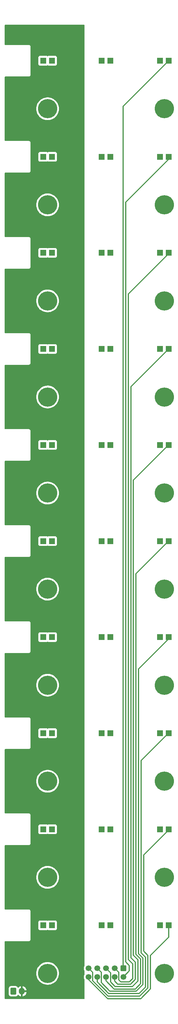
<source format=gbl>
%TF.GenerationSoftware,KiCad,Pcbnew,(6.0.0)*%
%TF.CreationDate,2022-10-10T13:55:58+02:00*%
%TF.ProjectId,led_bar,6c65645f-6261-4722-9e6b-696361645f70,rev?*%
%TF.SameCoordinates,Original*%
%TF.FileFunction,Copper,L2,Bot*%
%TF.FilePolarity,Positive*%
%FSLAX46Y46*%
G04 Gerber Fmt 4.6, Leading zero omitted, Abs format (unit mm)*
G04 Created by KiCad (PCBNEW (6.0.0)) date 2022-10-10 13:55:58*
%MOMM*%
%LPD*%
G01*
G04 APERTURE LIST*
G04 Aperture macros list*
%AMRoundRect*
0 Rectangle with rounded corners*
0 $1 Rounding radius*
0 $2 $3 $4 $5 $6 $7 $8 $9 X,Y pos of 4 corners*
0 Add a 4 corners polygon primitive as box body*
4,1,4,$2,$3,$4,$5,$6,$7,$8,$9,$2,$3,0*
0 Add four circle primitives for the rounded corners*
1,1,$1+$1,$2,$3*
1,1,$1+$1,$4,$5*
1,1,$1+$1,$6,$7*
1,1,$1+$1,$8,$9*
0 Add four rect primitives between the rounded corners*
20,1,$1+$1,$2,$3,$4,$5,0*
20,1,$1+$1,$4,$5,$6,$7,0*
20,1,$1+$1,$6,$7,$8,$9,0*
20,1,$1+$1,$8,$9,$2,$3,0*%
G04 Aperture macros list end*
%TA.AperFunction,ComponentPad*%
%ADD10R,1.800000X1.800000*%
%TD*%
%TA.AperFunction,ComponentPad*%
%ADD11C,5.600000*%
%TD*%
%TA.AperFunction,ComponentPad*%
%ADD12RoundRect,0.250000X-0.600000X-0.750000X0.600000X-0.750000X0.600000X0.750000X-0.600000X0.750000X0*%
%TD*%
%TA.AperFunction,ComponentPad*%
%ADD13O,1.700000X2.000000*%
%TD*%
%TA.AperFunction,ComponentPad*%
%ADD14RoundRect,0.250000X-0.600000X0.600000X-0.600000X-0.600000X0.600000X-0.600000X0.600000X0.600000X0*%
%TD*%
%TA.AperFunction,ComponentPad*%
%ADD15C,1.700000*%
%TD*%
%TA.AperFunction,ViaPad*%
%ADD16C,0.800000*%
%TD*%
%TA.AperFunction,Conductor*%
%ADD17C,0.304800*%
%TD*%
G04 APERTURE END LIST*
D10*
%TO.P,D10,1,K*%
%TO.N,Net-(D10-Pad1)*%
X50025000Y-291750000D03*
%TO.P,D10,2,A*%
%TO.N,Net-(D10-Pad2)*%
X47485000Y-291750000D03*
%TD*%
%TO.P,D7,1,K*%
%TO.N,Net-(D17-Pad2)*%
X50025000Y-207750000D03*
%TO.P,D7,2,A*%
%TO.N,Net-(D7-Pad2)*%
X47485000Y-207750000D03*
%TD*%
%TO.P,D29,1,K*%
%TO.N,Net-(D29-Pad1)*%
X84025000Y-263750000D03*
%TO.P,D29,2,A*%
%TO.N,Net-(D19-Pad1)*%
X81485000Y-263750000D03*
%TD*%
%TO.P,D14,1,K*%
%TO.N,Net-(D14-Pad1)*%
X67025000Y-123750000D03*
%TO.P,D14,2,A*%
%TO.N,Net-(D14-Pad2)*%
X64485000Y-123750000D03*
%TD*%
D11*
%TO.P,REF\u002A\u002A,1*%
%TO.N,N/C*%
X82750000Y-53750000D03*
%TD*%
%TO.P,,1*%
%TO.N,N/C*%
X48750000Y-249750000D03*
%TD*%
D10*
%TO.P,D15,1,K*%
%TO.N,Net-(D15-Pad1)*%
X67025000Y-151750000D03*
%TO.P,D15,2,A*%
%TO.N,Net-(D15-Pad2)*%
X64485000Y-151750000D03*
%TD*%
%TO.P,D27,1,K*%
%TO.N,Net-(D27-Pad1)*%
X84025000Y-207750000D03*
%TO.P,D27,2,A*%
%TO.N,Net-(D17-Pad1)*%
X81485000Y-207750000D03*
%TD*%
%TO.P,D25,1,K*%
%TO.N,Net-(D25-Pad1)*%
X84025000Y-151750000D03*
%TO.P,D25,2,A*%
%TO.N,Net-(D15-Pad1)*%
X81485000Y-151750000D03*
%TD*%
D11*
%TO.P,,1*%
%TO.N,N/C*%
X48750000Y-137750000D03*
%TD*%
D10*
%TO.P,D23,1,K*%
%TO.N,Net-(D23-Pad1)*%
X84025000Y-95750000D03*
%TO.P,D23,2,A*%
%TO.N,Net-(D13-Pad1)*%
X81485000Y-95750000D03*
%TD*%
D11*
%TO.P,,1*%
%TO.N,N/C*%
X48750000Y-221750000D03*
%TD*%
%TO.P,,1*%
%TO.N,N/C*%
X48750000Y-53750000D03*
%TD*%
%TO.P,,1*%
%TO.N,N/C*%
X48750000Y-277750000D03*
%TD*%
D10*
%TO.P,D26,1,K*%
%TO.N,Net-(D26-Pad1)*%
X84025000Y-179750000D03*
%TO.P,D26,2,A*%
%TO.N,Net-(D16-Pad1)*%
X81485000Y-179750000D03*
%TD*%
D11*
%TO.P,,1*%
%TO.N,N/C*%
X48750000Y-305750000D03*
%TD*%
D10*
%TO.P,D19,1,K*%
%TO.N,Net-(D19-Pad1)*%
X67025000Y-263750000D03*
%TO.P,D19,2,A*%
%TO.N,Net-(D19-Pad2)*%
X64485000Y-263750000D03*
%TD*%
D11*
%TO.P,REF\u002A\u002A,1*%
%TO.N,N/C*%
X82750000Y-221750000D03*
%TD*%
D12*
%TO.P,J2,1,Pin_1*%
%TO.N,+9V*%
X38750000Y-310950000D03*
D13*
%TO.P,J2,2,Pin_2*%
%TO.N,GND*%
X41250000Y-310950000D03*
%TD*%
D11*
%TO.P,REF\u002A\u002A,1*%
%TO.N,N/C*%
X82750000Y-81750000D03*
%TD*%
%TO.P,REF\u002A\u002A,1*%
%TO.N,N/C*%
X82750000Y-109750000D03*
%TD*%
D10*
%TO.P,D9,1,K*%
%TO.N,Net-(D19-Pad2)*%
X50025000Y-263750000D03*
%TO.P,D9,2,A*%
%TO.N,Net-(D9-Pad2)*%
X47485000Y-263750000D03*
%TD*%
%TO.P,D4,1,K*%
%TO.N,Net-(D14-Pad2)*%
X50025000Y-123750000D03*
%TO.P,D4,2,A*%
%TO.N,Net-(D4-Pad2)*%
X47485000Y-123750000D03*
%TD*%
%TO.P,D5,1,K*%
%TO.N,Net-(D15-Pad2)*%
X50025000Y-151750000D03*
%TO.P,D5,2,A*%
%TO.N,Net-(D5-Pad2)*%
X47485000Y-151750000D03*
%TD*%
D11*
%TO.P,REF\u002A\u002A,1*%
%TO.N,N/C*%
X82750000Y-277750000D03*
%TD*%
%TO.P,REF\u002A\u002A,1*%
%TO.N,N/C*%
X82750000Y-305750000D03*
%TD*%
%TO.P,REF\u002A\u002A,1*%
%TO.N,N/C*%
X82750000Y-249750000D03*
%TD*%
%TO.P,REF\u002A\u002A,1*%
%TO.N,N/C*%
X82750000Y-137750000D03*
%TD*%
%TO.P,REF\u002A\u002A,1*%
%TO.N,N/C*%
X82750000Y-165750000D03*
%TD*%
D10*
%TO.P,D21,1,K*%
%TO.N,Net-(D21-Pad1)*%
X84025000Y-39750000D03*
%TO.P,D21,2,A*%
%TO.N,Net-(D11-Pad1)*%
X81485000Y-39750000D03*
%TD*%
D11*
%TO.P,,1*%
%TO.N,N/C*%
X48750000Y-193750000D03*
%TD*%
D10*
%TO.P,D2,1,K*%
%TO.N,Net-(D12-Pad2)*%
X50025000Y-67750000D03*
%TO.P,D2,2,A*%
%TO.N,Net-(D2-Pad2)*%
X47485000Y-67750000D03*
%TD*%
%TO.P,D3,1,K*%
%TO.N,Net-(D13-Pad2)*%
X50025000Y-95750000D03*
%TO.P,D3,2,A*%
%TO.N,Net-(D3-Pad2)*%
X47485000Y-95750000D03*
%TD*%
%TO.P,D17,1,K*%
%TO.N,Net-(D17-Pad1)*%
X67025000Y-207750000D03*
%TO.P,D17,2,A*%
%TO.N,Net-(D17-Pad2)*%
X64485000Y-207750000D03*
%TD*%
%TO.P,D13,1,K*%
%TO.N,Net-(D13-Pad1)*%
X67025000Y-95750000D03*
%TO.P,D13,2,A*%
%TO.N,Net-(D13-Pad2)*%
X64485000Y-95750000D03*
%TD*%
%TO.P,D1,1,K*%
%TO.N,Net-(D1-Pad1)*%
X50025000Y-39750000D03*
%TO.P,D1,2,A*%
%TO.N,Net-(D1-Pad2)*%
X47485000Y-39750000D03*
%TD*%
%TO.P,D18,1,K*%
%TO.N,Net-(D18-Pad1)*%
X67025000Y-235750000D03*
%TO.P,D18,2,A*%
%TO.N,Net-(D18-Pad2)*%
X64485000Y-235750000D03*
%TD*%
%TO.P,D8,1,K*%
%TO.N,Net-(D18-Pad2)*%
X50025000Y-235750000D03*
%TO.P,D8,2,A*%
%TO.N,Net-(D8-Pad2)*%
X47485000Y-235750000D03*
%TD*%
%TO.P,D24,1,K*%
%TO.N,Net-(D24-Pad1)*%
X84025000Y-123750000D03*
%TO.P,D24,2,A*%
%TO.N,Net-(D14-Pad1)*%
X81485000Y-123750000D03*
%TD*%
%TO.P,D30,1,K*%
%TO.N,Net-(D30-Pad1)*%
X84025000Y-291750000D03*
%TO.P,D30,2,A*%
%TO.N,Net-(D20-Pad1)*%
X81485000Y-291750000D03*
%TD*%
%TO.P,D20,1,K*%
%TO.N,Net-(D20-Pad1)*%
X67025000Y-291750000D03*
%TO.P,D20,2,A*%
%TO.N,Net-(D10-Pad1)*%
X64485000Y-291750000D03*
%TD*%
%TO.P,D16,1,K*%
%TO.N,Net-(D16-Pad1)*%
X67025000Y-179750000D03*
%TO.P,D16,2,A*%
%TO.N,Net-(D16-Pad2)*%
X64485000Y-179750000D03*
%TD*%
D14*
%TO.P,J1,1,Pin_1*%
%TO.N,Net-(D21-Pad1)*%
X70830000Y-304250000D03*
D15*
%TO.P,J1,2,Pin_2*%
%TO.N,Net-(D22-Pad1)*%
X70830000Y-306790000D03*
%TO.P,J1,3,Pin_3*%
%TO.N,Net-(D23-Pad1)*%
X68290000Y-304250000D03*
%TO.P,J1,4,Pin_4*%
%TO.N,Net-(D24-Pad1)*%
X68290000Y-306790000D03*
%TO.P,J1,5,Pin_5*%
%TO.N,Net-(D25-Pad1)*%
X65750000Y-304250000D03*
%TO.P,J1,6,Pin_6*%
%TO.N,Net-(D26-Pad1)*%
X65750000Y-306790000D03*
%TO.P,J1,7,Pin_7*%
%TO.N,Net-(D27-Pad1)*%
X63210000Y-304250000D03*
%TO.P,J1,8,Pin_8*%
%TO.N,Net-(D28-Pad1)*%
X63210000Y-306790000D03*
%TO.P,J1,9,Pin_9*%
%TO.N,Net-(D29-Pad1)*%
X60670000Y-304250000D03*
%TO.P,J1,10,Pin_10*%
%TO.N,Net-(D30-Pad1)*%
X60670000Y-306790000D03*
%TD*%
D10*
%TO.P,D11,1,K*%
%TO.N,Net-(D11-Pad1)*%
X67025000Y-39750000D03*
%TO.P,D11,2,A*%
%TO.N,Net-(D1-Pad1)*%
X64485000Y-39750000D03*
%TD*%
%TO.P,D28,1,K*%
%TO.N,Net-(D28-Pad1)*%
X84025000Y-235750000D03*
%TO.P,D28,2,A*%
%TO.N,Net-(D18-Pad1)*%
X81485000Y-235750000D03*
%TD*%
D11*
%TO.P,REF\u002A\u002A,1*%
%TO.N,N/C*%
X82750000Y-193750000D03*
%TD*%
D10*
%TO.P,D12,1,K*%
%TO.N,Net-(D12-Pad1)*%
X67025000Y-67750000D03*
%TO.P,D12,2,A*%
%TO.N,Net-(D12-Pad2)*%
X64485000Y-67750000D03*
%TD*%
%TO.P,D22,1,K*%
%TO.N,Net-(D22-Pad1)*%
X84025000Y-67750000D03*
%TO.P,D22,2,A*%
%TO.N,Net-(D12-Pad1)*%
X81485000Y-67750000D03*
%TD*%
%TO.P,D6,1,K*%
%TO.N,Net-(D16-Pad2)*%
X50025000Y-179750000D03*
%TO.P,D6,2,A*%
%TO.N,Net-(D6-Pad2)*%
X47485000Y-179750000D03*
%TD*%
D11*
%TO.P,,1*%
%TO.N,N/C*%
X48750000Y-109750000D03*
%TD*%
%TO.P,,1*%
%TO.N,N/C*%
X48750000Y-81750000D03*
%TD*%
%TO.P,,1*%
%TO.N,N/C*%
X48750000Y-165750000D03*
%TD*%
D16*
%TO.N,GND*%
X48750000Y-189000000D03*
X49000000Y-161000000D03*
X48500000Y-273250000D03*
X49000000Y-77000000D03*
X48750000Y-105000000D03*
X48750000Y-217000000D03*
X48500000Y-301000000D03*
X48750000Y-245000000D03*
X48750000Y-133000000D03*
X49250000Y-49000000D03*
%TD*%
D17*
%TO.N,Net-(D21-Pad1)*%
X70762500Y-304182500D02*
X70830000Y-304250000D01*
X70762500Y-53012500D02*
X84025000Y-39750000D01*
X70762500Y-53012500D02*
X70762500Y-304182500D01*
%TO.N,Net-(D22-Pad1)*%
X72580000Y-305040000D02*
X70830000Y-306790000D01*
X84025000Y-67750000D02*
X84025000Y-68475000D01*
X71500000Y-302422500D02*
X72580000Y-303502500D01*
X71500000Y-81000000D02*
X71500000Y-302422500D01*
X84025000Y-68475000D02*
X71500000Y-81000000D01*
X72580000Y-303502500D02*
X72580000Y-305040000D01*
%TO.N,Net-(D23-Pad1)*%
X72250000Y-107750000D02*
X72250000Y-301672500D01*
X69491911Y-307664411D02*
X69491911Y-305451911D01*
X69491911Y-305451911D02*
X68290000Y-304250000D01*
X84025000Y-95975000D02*
X72250000Y-107750000D01*
X72250000Y-301672500D02*
X73580000Y-303002500D01*
X73580000Y-307252500D02*
X72580000Y-308252500D01*
X72580000Y-308252500D02*
X70080000Y-308252500D01*
X84025000Y-95750000D02*
X84025000Y-95975000D01*
X70080000Y-308252500D02*
X69491911Y-307664411D01*
X73580000Y-303002500D02*
X73580000Y-307252500D01*
%TO.N,Net-(D24-Pad1)*%
X73025000Y-301197500D02*
X74330000Y-302502500D01*
X74330000Y-302502500D02*
X74330000Y-307502500D01*
X84025000Y-123750000D02*
X73025000Y-134750000D01*
X74330000Y-307502500D02*
X72932500Y-308900000D01*
X73025000Y-134750000D02*
X73025000Y-301197500D01*
X72932500Y-308900000D02*
X69197919Y-308900000D01*
X69197919Y-308900000D02*
X68290000Y-307992081D01*
X68290000Y-307992081D02*
X68290000Y-306790000D01*
%TO.N,Net-(D25-Pad1)*%
X67088089Y-308260589D02*
X67088089Y-305588089D01*
X73482500Y-309600000D02*
X68427500Y-309600000D01*
X73750000Y-300422500D02*
X75080000Y-301752500D01*
X84000000Y-151750000D02*
X73750000Y-162000000D01*
X68427500Y-309600000D02*
X67088089Y-308260589D01*
X75080000Y-308002500D02*
X73482500Y-309600000D01*
X67088089Y-305588089D02*
X65750000Y-304250000D01*
X84025000Y-151750000D02*
X84000000Y-151750000D01*
X75080000Y-301752500D02*
X75080000Y-308002500D01*
X73750000Y-162000000D02*
X73750000Y-300422500D01*
%TO.N,Net-(D26-Pad1)*%
X74282500Y-310300000D02*
X68127500Y-310300000D01*
X74500000Y-189250000D02*
X74500000Y-300172500D01*
X84000000Y-179750000D02*
X74500000Y-189250000D01*
X75830000Y-308752500D02*
X74282500Y-310300000D01*
X65750000Y-307922500D02*
X65750000Y-306790000D01*
X74500000Y-300172500D02*
X75830000Y-301502500D01*
X84025000Y-179750000D02*
X84000000Y-179750000D01*
X75830000Y-301502500D02*
X75830000Y-308752500D01*
X68127500Y-310300000D02*
X65750000Y-307922500D01*
%TO.N,Net-(D27-Pad1)*%
X74600000Y-310900000D02*
X66900000Y-310900000D01*
X75250000Y-217000000D02*
X75250000Y-300000000D01*
X75250000Y-300000000D02*
X76500000Y-301250000D01*
X84025000Y-207750000D02*
X84025000Y-208225000D01*
X76500000Y-309000000D02*
X74600000Y-310900000D01*
X64411911Y-305451911D02*
X63210000Y-304250000D01*
X76500000Y-301250000D02*
X76500000Y-309000000D01*
X84025000Y-208225000D02*
X75250000Y-217000000D01*
X64411911Y-308411911D02*
X64411911Y-305451911D01*
X66900000Y-310900000D02*
X64411911Y-308411911D01*
%TO.N,Net-(D28-Pad1)*%
X76000000Y-243750000D02*
X76000000Y-299750000D01*
X63210000Y-308237761D02*
X63210000Y-306790000D01*
X75400000Y-311600000D02*
X66572239Y-311600000D01*
X84025000Y-235750000D02*
X84000000Y-235750000D01*
X76000000Y-299750000D02*
X77250000Y-301000000D01*
X84000000Y-235750000D02*
X76000000Y-243750000D01*
X66572239Y-311600000D02*
X63210000Y-308237761D01*
X77250000Y-309750000D02*
X75400000Y-311600000D01*
X77250000Y-301000000D02*
X77250000Y-309750000D01*
%TO.N,Net-(D29-Pad1)*%
X78000000Y-310000000D02*
X75600000Y-312400000D01*
X76750000Y-299250000D02*
X78000000Y-300500000D01*
X75600000Y-312400000D02*
X66400000Y-312400000D01*
X61871911Y-307871911D02*
X61871911Y-305451911D01*
X78000000Y-300500000D02*
X78000000Y-310000000D01*
X84025000Y-263750000D02*
X84025000Y-263975000D01*
X61871911Y-305451911D02*
X60670000Y-304250000D01*
X84025000Y-263975000D02*
X76750000Y-271250000D01*
X66400000Y-312400000D02*
X61871911Y-307871911D01*
X76750000Y-271250000D02*
X76750000Y-299250000D01*
%TO.N,Net-(D30-Pad1)*%
X84025000Y-295225000D02*
X84025000Y-291750000D01*
X78750000Y-310250000D02*
X78750000Y-300500000D01*
X66250000Y-313100000D02*
X75900000Y-313100000D01*
X60670000Y-306790000D02*
X60670000Y-307520000D01*
X75900000Y-313100000D02*
X78750000Y-310250000D01*
X60670000Y-307520000D02*
X66250000Y-313100000D01*
X78750000Y-300500000D02*
X84025000Y-295225000D01*
%TD*%
%TA.AperFunction,Conductor*%
%TO.N,GND*%
G36*
X59442121Y-29278002D02*
G01*
X59488614Y-29331658D01*
X59500000Y-29384000D01*
X59500000Y-303517390D01*
X59484379Y-303576511D01*
X59484743Y-303576680D01*
X59482568Y-303581365D01*
X59482566Y-303581369D01*
X59408764Y-303740363D01*
X59390688Y-303779305D01*
X59330989Y-303994570D01*
X59307251Y-304216695D01*
X59307548Y-304221848D01*
X59307548Y-304221851D01*
X59315708Y-304363369D01*
X59320110Y-304439715D01*
X59321247Y-304444761D01*
X59321248Y-304444767D01*
X59342275Y-304538069D01*
X59369222Y-304657639D01*
X59453266Y-304864616D01*
X59455969Y-304869026D01*
X59455970Y-304869029D01*
X59481432Y-304910580D01*
X59500000Y-304976415D01*
X59500000Y-306057390D01*
X59484379Y-306116511D01*
X59484743Y-306116680D01*
X59482568Y-306121365D01*
X59482566Y-306121369D01*
X59476622Y-306134175D01*
X59390688Y-306319305D01*
X59330989Y-306534570D01*
X59307251Y-306756695D01*
X59320110Y-306979715D01*
X59321247Y-306984761D01*
X59321248Y-306984767D01*
X59342275Y-307078069D01*
X59369222Y-307197639D01*
X59453266Y-307404616D01*
X59455969Y-307409026D01*
X59455970Y-307409029D01*
X59481432Y-307450580D01*
X59500000Y-307516415D01*
X59500000Y-313116000D01*
X59479998Y-313184121D01*
X59426342Y-313230614D01*
X59374000Y-313242000D01*
X36384000Y-313242000D01*
X36315879Y-313221998D01*
X36269386Y-313168342D01*
X36258000Y-313116000D01*
X36258000Y-311750400D01*
X37391500Y-311750400D01*
X37402474Y-311856166D01*
X37458450Y-312023946D01*
X37551522Y-312174348D01*
X37676697Y-312299305D01*
X37682927Y-312303145D01*
X37682928Y-312303146D01*
X37820090Y-312387694D01*
X37827262Y-312392115D01*
X37870701Y-312406523D01*
X37988611Y-312445632D01*
X37988613Y-312445632D01*
X37995139Y-312447797D01*
X38001975Y-312448497D01*
X38001978Y-312448498D01*
X38045031Y-312452909D01*
X38099600Y-312458500D01*
X39400400Y-312458500D01*
X39403646Y-312458163D01*
X39403650Y-312458163D01*
X39499308Y-312448238D01*
X39499312Y-312448237D01*
X39506166Y-312447526D01*
X39512702Y-312445345D01*
X39512704Y-312445345D01*
X39644806Y-312401272D01*
X39673946Y-312391550D01*
X39824348Y-312298478D01*
X39949305Y-312173303D01*
X40039353Y-312027220D01*
X40092124Y-311979727D01*
X40162196Y-311968303D01*
X40227320Y-311996577D01*
X40237782Y-312006364D01*
X40343234Y-312116906D01*
X40351186Y-312123941D01*
X40527525Y-312255141D01*
X40536562Y-312260745D01*
X40732484Y-312360357D01*
X40742335Y-312364357D01*
X40952240Y-312429534D01*
X40962624Y-312431817D01*
X40978043Y-312433861D01*
X40992207Y-312431665D01*
X40996000Y-312418478D01*
X40996000Y-312416192D01*
X41504000Y-312416192D01*
X41507973Y-312429723D01*
X41518580Y-312431248D01*
X41636421Y-312406523D01*
X41646617Y-312403463D01*
X41851029Y-312322737D01*
X41860561Y-312318006D01*
X42048462Y-312203984D01*
X42057052Y-312197720D01*
X42223052Y-312053673D01*
X42230472Y-312046042D01*
X42369826Y-311876089D01*
X42375850Y-311867322D01*
X42484576Y-311676318D01*
X42489041Y-311666654D01*
X42564031Y-311460059D01*
X42566802Y-311449792D01*
X42606123Y-311232345D01*
X42607056Y-311224116D01*
X42607268Y-311219624D01*
X42603525Y-311206876D01*
X42602135Y-311205671D01*
X42594452Y-311204000D01*
X41522115Y-311204000D01*
X41506876Y-311208475D01*
X41505671Y-311209865D01*
X41504000Y-311217548D01*
X41504000Y-312416192D01*
X40996000Y-312416192D01*
X40996000Y-310677885D01*
X41504000Y-310677885D01*
X41508475Y-310693124D01*
X41509865Y-310694329D01*
X41517548Y-310696000D01*
X42585970Y-310696000D01*
X42600648Y-310691690D01*
X42602711Y-310679807D01*
X42593876Y-310575675D01*
X42592086Y-310565203D01*
X42536870Y-310352465D01*
X42533335Y-310342425D01*
X42443063Y-310142030D01*
X42437894Y-310132744D01*
X42315150Y-309950425D01*
X42308481Y-309942130D01*
X42156772Y-309783100D01*
X42148814Y-309776059D01*
X41972475Y-309644859D01*
X41963438Y-309639255D01*
X41767516Y-309539643D01*
X41757665Y-309535643D01*
X41547760Y-309470466D01*
X41537376Y-309468183D01*
X41521957Y-309466139D01*
X41507793Y-309468335D01*
X41504000Y-309481522D01*
X41504000Y-310677885D01*
X40996000Y-310677885D01*
X40996000Y-309483808D01*
X40992027Y-309470277D01*
X40981420Y-309468752D01*
X40863579Y-309493477D01*
X40853383Y-309496537D01*
X40648971Y-309577263D01*
X40639439Y-309581994D01*
X40451538Y-309696016D01*
X40442948Y-309702280D01*
X40276948Y-309846327D01*
X40269530Y-309853956D01*
X40243609Y-309885569D01*
X40184949Y-309925564D01*
X40113979Y-309927496D01*
X40053230Y-309890752D01*
X40039030Y-309871982D01*
X39952332Y-309731880D01*
X39948478Y-309725652D01*
X39823303Y-309600695D01*
X39792965Y-309581994D01*
X39678968Y-309511725D01*
X39678966Y-309511724D01*
X39672738Y-309507885D01*
X39553498Y-309468335D01*
X39511389Y-309454368D01*
X39511387Y-309454368D01*
X39504861Y-309452203D01*
X39498025Y-309451503D01*
X39498022Y-309451502D01*
X39454969Y-309447091D01*
X39400400Y-309441500D01*
X38099600Y-309441500D01*
X38096354Y-309441837D01*
X38096350Y-309441837D01*
X38000692Y-309451762D01*
X38000688Y-309451763D01*
X37993834Y-309452474D01*
X37987298Y-309454655D01*
X37987296Y-309454655D01*
X37855194Y-309498728D01*
X37826054Y-309508450D01*
X37675652Y-309601522D01*
X37550695Y-309726697D01*
X37546855Y-309732927D01*
X37546854Y-309732928D01*
X37476954Y-309846327D01*
X37457885Y-309877262D01*
X37402203Y-310045139D01*
X37391500Y-310149600D01*
X37391500Y-311750400D01*
X36258000Y-311750400D01*
X36258000Y-305738434D01*
X45436661Y-305738434D01*
X45454792Y-306096340D01*
X45455329Y-306099695D01*
X45455330Y-306099701D01*
X45489753Y-306314610D01*
X45511470Y-306450195D01*
X45606033Y-306795859D01*
X45737374Y-307129288D01*
X45903957Y-307446582D01*
X45905858Y-307449411D01*
X45905864Y-307449421D01*
X46003749Y-307595088D01*
X46103834Y-307744029D01*
X46334665Y-308018150D01*
X46593751Y-308265738D01*
X46878061Y-308483897D01*
X46910056Y-308503350D01*
X47181355Y-308668303D01*
X47181360Y-308668306D01*
X47184270Y-308670075D01*
X47187358Y-308671521D01*
X47187357Y-308671521D01*
X47505710Y-308820649D01*
X47505720Y-308820653D01*
X47508794Y-308822093D01*
X47512012Y-308823195D01*
X47512015Y-308823196D01*
X47844615Y-308937071D01*
X47844623Y-308937073D01*
X47847838Y-308938174D01*
X48197435Y-309016959D01*
X48249728Y-309022917D01*
X48550114Y-309057142D01*
X48550122Y-309057142D01*
X48553497Y-309057527D01*
X48556901Y-309057545D01*
X48556904Y-309057545D01*
X48751227Y-309058562D01*
X48911857Y-309059403D01*
X48915243Y-309059053D01*
X48915245Y-309059053D01*
X49264932Y-309022917D01*
X49264941Y-309022916D01*
X49268324Y-309022566D01*
X49271657Y-309021852D01*
X49271660Y-309021851D01*
X49444186Y-308984864D01*
X49618727Y-308947446D01*
X49958968Y-308834922D01*
X50285066Y-308686311D01*
X50379052Y-308630506D01*
X50590262Y-308505099D01*
X50590267Y-308505096D01*
X50593207Y-308503350D01*
X50879786Y-308288180D01*
X51141451Y-308043319D01*
X51375140Y-307771630D01*
X51496474Y-307595088D01*
X51576190Y-307479101D01*
X51576195Y-307479094D01*
X51578120Y-307476292D01*
X51579732Y-307473298D01*
X51579737Y-307473290D01*
X51746395Y-307163772D01*
X51748017Y-307160760D01*
X51882842Y-306828724D01*
X51893142Y-306792568D01*
X51913527Y-306721006D01*
X51981020Y-306484070D01*
X52009184Y-306319305D01*
X52040829Y-306134175D01*
X52040829Y-306134173D01*
X52041401Y-306130828D01*
X52042142Y-306118724D01*
X52063168Y-305774928D01*
X52063278Y-305773131D01*
X52063359Y-305750000D01*
X52043979Y-305392159D01*
X51986066Y-305038505D01*
X51890297Y-304693173D01*
X51887243Y-304685497D01*
X51759052Y-304363369D01*
X51757793Y-304360205D01*
X51727768Y-304303498D01*
X51591702Y-304046513D01*
X51591698Y-304046506D01*
X51590103Y-304043494D01*
X51389190Y-303746746D01*
X51157403Y-303473432D01*
X50897454Y-303226750D01*
X50612384Y-303009585D01*
X50609472Y-303007828D01*
X50609467Y-303007825D01*
X50308443Y-302826236D01*
X50308437Y-302826233D01*
X50305528Y-302824478D01*
X49980475Y-302673593D01*
X49810752Y-302616145D01*
X49644255Y-302559789D01*
X49644250Y-302559788D01*
X49641028Y-302558697D01*
X49442681Y-302514724D01*
X49294493Y-302481871D01*
X49294487Y-302481870D01*
X49291158Y-302481132D01*
X49287769Y-302480758D01*
X49287764Y-302480757D01*
X48938338Y-302442180D01*
X48938333Y-302442180D01*
X48934957Y-302441807D01*
X48931558Y-302441801D01*
X48931557Y-302441801D01*
X48762080Y-302441505D01*
X48576592Y-302441182D01*
X48463413Y-302453277D01*
X48223639Y-302478901D01*
X48223631Y-302478902D01*
X48220256Y-302479263D01*
X47870117Y-302555606D01*
X47530271Y-302669317D01*
X47527178Y-302670739D01*
X47527177Y-302670740D01*
X47520974Y-302673593D01*
X47204694Y-302819066D01*
X47201760Y-302820822D01*
X47201758Y-302820823D01*
X47029437Y-302923955D01*
X46897193Y-303003101D01*
X46894467Y-303005163D01*
X46894465Y-303005164D01*
X46888620Y-303009585D01*
X46611367Y-303219270D01*
X46608882Y-303221612D01*
X46608877Y-303221616D01*
X46575519Y-303253051D01*
X46350559Y-303465043D01*
X46117819Y-303737546D01*
X46115900Y-303740358D01*
X46115897Y-303740363D01*
X46067915Y-303810702D01*
X45915871Y-304033591D01*
X45747077Y-304349714D01*
X45613411Y-304682218D01*
X45612491Y-304685492D01*
X45612489Y-304685497D01*
X45530716Y-304976415D01*
X45516437Y-305027213D01*
X45515875Y-305030570D01*
X45515875Y-305030571D01*
X45498653Y-305133489D01*
X45457290Y-305380663D01*
X45436661Y-305738434D01*
X36258000Y-305738434D01*
X36258000Y-296484000D01*
X36278002Y-296415879D01*
X36331658Y-296369386D01*
X36384000Y-296358000D01*
X43241298Y-296358000D01*
X43242069Y-296358002D01*
X43319652Y-296358476D01*
X43328281Y-296356010D01*
X43328286Y-296356009D01*
X43348048Y-296350361D01*
X43364809Y-296346783D01*
X43385152Y-296343870D01*
X43385162Y-296343867D01*
X43394045Y-296342595D01*
X43417395Y-296331979D01*
X43434907Y-296325536D01*
X43450937Y-296320954D01*
X43459565Y-296318488D01*
X43484548Y-296302726D01*
X43499614Y-296294596D01*
X43526510Y-296282367D01*
X43545939Y-296265626D01*
X43560947Y-296254521D01*
X43575039Y-296245630D01*
X43582631Y-296240840D01*
X43602182Y-296218703D01*
X43614374Y-296206659D01*
X43629949Y-296193239D01*
X43629950Y-296193237D01*
X43636747Y-296187381D01*
X43641626Y-296179853D01*
X43641629Y-296179850D01*
X43650696Y-296165861D01*
X43661986Y-296150987D01*
X43673012Y-296138502D01*
X43678956Y-296131772D01*
X43691510Y-296105034D01*
X43699824Y-296090065D01*
X43715893Y-296065273D01*
X43723239Y-296040709D01*
X43729901Y-296023264D01*
X43736983Y-296008179D01*
X43740799Y-296000052D01*
X43745343Y-295970870D01*
X43749126Y-295954151D01*
X43755014Y-295934464D01*
X43755015Y-295934461D01*
X43757587Y-295925859D01*
X43757797Y-295891444D01*
X43757830Y-295890672D01*
X43758000Y-295889577D01*
X43758000Y-295858702D01*
X43758002Y-295857932D01*
X43758452Y-295784284D01*
X43758452Y-295784283D01*
X43758476Y-295780348D01*
X43758092Y-295779004D01*
X43758000Y-295777659D01*
X43758000Y-292698134D01*
X46076500Y-292698134D01*
X46083255Y-292760316D01*
X46134385Y-292896705D01*
X46221739Y-293013261D01*
X46338295Y-293100615D01*
X46474684Y-293151745D01*
X46536866Y-293158500D01*
X48433134Y-293158500D01*
X48495316Y-293151745D01*
X48631705Y-293100615D01*
X48679437Y-293064842D01*
X48745941Y-293039995D01*
X48815323Y-293055048D01*
X48830556Y-293064837D01*
X48878295Y-293100615D01*
X49014684Y-293151745D01*
X49076866Y-293158500D01*
X50973134Y-293158500D01*
X51035316Y-293151745D01*
X51171705Y-293100615D01*
X51288261Y-293013261D01*
X51375615Y-292896705D01*
X51426745Y-292760316D01*
X51433500Y-292698134D01*
X51433500Y-290801866D01*
X51426745Y-290739684D01*
X51375615Y-290603295D01*
X51288261Y-290486739D01*
X51171705Y-290399385D01*
X51035316Y-290348255D01*
X50973134Y-290341500D01*
X49076866Y-290341500D01*
X49014684Y-290348255D01*
X48878295Y-290399385D01*
X48830563Y-290435158D01*
X48764059Y-290460005D01*
X48694677Y-290444952D01*
X48679444Y-290435163D01*
X48631705Y-290399385D01*
X48495316Y-290348255D01*
X48433134Y-290341500D01*
X46536866Y-290341500D01*
X46474684Y-290348255D01*
X46338295Y-290399385D01*
X46221739Y-290486739D01*
X46134385Y-290603295D01*
X46083255Y-290739684D01*
X46076500Y-290801866D01*
X46076500Y-292698134D01*
X43758000Y-292698134D01*
X43758000Y-287658702D01*
X43758002Y-287657932D01*
X43758421Y-287589322D01*
X43758476Y-287580348D01*
X43756010Y-287571719D01*
X43756009Y-287571714D01*
X43750361Y-287551952D01*
X43746783Y-287535191D01*
X43743870Y-287514848D01*
X43743867Y-287514838D01*
X43742595Y-287505955D01*
X43731979Y-287482605D01*
X43725536Y-287465093D01*
X43720954Y-287449063D01*
X43718488Y-287440435D01*
X43702726Y-287415452D01*
X43694596Y-287400386D01*
X43682367Y-287373490D01*
X43665626Y-287354061D01*
X43654521Y-287339053D01*
X43645630Y-287324961D01*
X43640840Y-287317369D01*
X43618703Y-287297818D01*
X43606659Y-287285626D01*
X43593239Y-287270051D01*
X43593237Y-287270050D01*
X43587381Y-287263253D01*
X43579853Y-287258374D01*
X43579850Y-287258371D01*
X43565861Y-287249304D01*
X43550987Y-287238014D01*
X43538502Y-287226988D01*
X43531772Y-287221044D01*
X43523646Y-287217229D01*
X43523645Y-287217228D01*
X43517979Y-287214568D01*
X43505034Y-287208490D01*
X43490065Y-287200176D01*
X43465273Y-287184107D01*
X43440709Y-287176761D01*
X43423264Y-287170099D01*
X43400052Y-287159201D01*
X43370870Y-287154657D01*
X43354151Y-287150874D01*
X43334464Y-287144986D01*
X43334461Y-287144985D01*
X43325859Y-287142413D01*
X43316884Y-287142358D01*
X43316883Y-287142358D01*
X43310190Y-287142317D01*
X43291444Y-287142203D01*
X43290672Y-287142170D01*
X43289577Y-287142000D01*
X43258702Y-287142000D01*
X43257932Y-287141998D01*
X43184284Y-287141548D01*
X43184283Y-287141548D01*
X43180348Y-287141524D01*
X43179004Y-287141908D01*
X43177659Y-287142000D01*
X36384000Y-287142000D01*
X36315879Y-287121998D01*
X36269386Y-287068342D01*
X36258000Y-287016000D01*
X36258000Y-277738434D01*
X45436661Y-277738434D01*
X45454792Y-278096340D01*
X45455329Y-278099695D01*
X45455330Y-278099701D01*
X45460316Y-278130828D01*
X45511470Y-278450195D01*
X45606033Y-278795859D01*
X45737374Y-279129288D01*
X45903957Y-279446582D01*
X45905858Y-279449411D01*
X45905864Y-279449421D01*
X46089569Y-279722800D01*
X46103834Y-279744029D01*
X46334665Y-280018150D01*
X46593751Y-280265738D01*
X46878061Y-280483897D01*
X46910056Y-280503350D01*
X47181355Y-280668303D01*
X47181360Y-280668306D01*
X47184270Y-280670075D01*
X47187358Y-280671521D01*
X47187357Y-280671521D01*
X47505710Y-280820649D01*
X47505720Y-280820653D01*
X47508794Y-280822093D01*
X47512012Y-280823195D01*
X47512015Y-280823196D01*
X47844615Y-280937071D01*
X47844623Y-280937073D01*
X47847838Y-280938174D01*
X48197435Y-281016959D01*
X48249728Y-281022917D01*
X48550114Y-281057142D01*
X48550122Y-281057142D01*
X48553497Y-281057527D01*
X48556901Y-281057545D01*
X48556904Y-281057545D01*
X48751227Y-281058562D01*
X48911857Y-281059403D01*
X48915243Y-281059053D01*
X48915245Y-281059053D01*
X49264932Y-281022917D01*
X49264941Y-281022916D01*
X49268324Y-281022566D01*
X49271657Y-281021852D01*
X49271660Y-281021851D01*
X49444186Y-280984864D01*
X49618727Y-280947446D01*
X49958968Y-280834922D01*
X50285066Y-280686311D01*
X50379052Y-280630506D01*
X50590262Y-280505099D01*
X50590267Y-280505096D01*
X50593207Y-280503350D01*
X50879786Y-280288180D01*
X51141451Y-280043319D01*
X51375140Y-279771630D01*
X51481750Y-279616512D01*
X51576190Y-279479101D01*
X51576195Y-279479094D01*
X51578120Y-279476292D01*
X51579732Y-279473298D01*
X51579737Y-279473290D01*
X51746395Y-279163772D01*
X51748017Y-279160760D01*
X51882842Y-278828724D01*
X51893142Y-278792568D01*
X51913527Y-278721006D01*
X51981020Y-278484070D01*
X52041401Y-278130828D01*
X52043511Y-278096340D01*
X52063168Y-277774928D01*
X52063278Y-277773131D01*
X52063359Y-277750000D01*
X52043979Y-277392159D01*
X51986066Y-277038505D01*
X51890297Y-276693173D01*
X51887243Y-276685497D01*
X51759052Y-276363369D01*
X51757793Y-276360205D01*
X51727768Y-276303498D01*
X51591702Y-276046513D01*
X51591698Y-276046506D01*
X51590103Y-276043494D01*
X51389190Y-275746746D01*
X51157403Y-275473432D01*
X50897454Y-275226750D01*
X50612384Y-275009585D01*
X50609472Y-275007828D01*
X50609467Y-275007825D01*
X50308443Y-274826236D01*
X50308437Y-274826233D01*
X50305528Y-274824478D01*
X49980475Y-274673593D01*
X49810752Y-274616145D01*
X49644255Y-274559789D01*
X49644250Y-274559788D01*
X49641028Y-274558697D01*
X49442681Y-274514724D01*
X49294493Y-274481871D01*
X49294487Y-274481870D01*
X49291158Y-274481132D01*
X49287769Y-274480758D01*
X49287764Y-274480757D01*
X48938338Y-274442180D01*
X48938333Y-274442180D01*
X48934957Y-274441807D01*
X48931558Y-274441801D01*
X48931557Y-274441801D01*
X48762080Y-274441505D01*
X48576592Y-274441182D01*
X48463413Y-274453277D01*
X48223639Y-274478901D01*
X48223631Y-274478902D01*
X48220256Y-274479263D01*
X47870117Y-274555606D01*
X47530271Y-274669317D01*
X47527178Y-274670739D01*
X47527177Y-274670740D01*
X47520974Y-274673593D01*
X47204694Y-274819066D01*
X46897193Y-275003101D01*
X46894467Y-275005163D01*
X46894465Y-275005164D01*
X46888620Y-275009585D01*
X46611367Y-275219270D01*
X46350559Y-275465043D01*
X46117819Y-275737546D01*
X46115900Y-275740358D01*
X46115897Y-275740363D01*
X46022624Y-275877097D01*
X45915871Y-276033591D01*
X45747077Y-276349714D01*
X45613411Y-276682218D01*
X45612491Y-276685492D01*
X45612489Y-276685497D01*
X45610332Y-276693173D01*
X45516437Y-277027213D01*
X45457290Y-277380663D01*
X45436661Y-277738434D01*
X36258000Y-277738434D01*
X36258000Y-268484000D01*
X36278002Y-268415879D01*
X36331658Y-268369386D01*
X36384000Y-268358000D01*
X43241298Y-268358000D01*
X43242069Y-268358002D01*
X43319652Y-268358476D01*
X43328281Y-268356010D01*
X43328286Y-268356009D01*
X43348048Y-268350361D01*
X43364809Y-268346783D01*
X43385152Y-268343870D01*
X43385162Y-268343867D01*
X43394045Y-268342595D01*
X43417395Y-268331979D01*
X43434907Y-268325536D01*
X43450937Y-268320954D01*
X43459565Y-268318488D01*
X43484548Y-268302726D01*
X43499614Y-268294596D01*
X43526510Y-268282367D01*
X43545939Y-268265626D01*
X43560947Y-268254521D01*
X43575039Y-268245630D01*
X43582631Y-268240840D01*
X43602182Y-268218703D01*
X43614374Y-268206659D01*
X43629949Y-268193239D01*
X43629950Y-268193237D01*
X43636747Y-268187381D01*
X43641626Y-268179853D01*
X43641629Y-268179850D01*
X43650696Y-268165861D01*
X43661986Y-268150987D01*
X43673012Y-268138502D01*
X43678956Y-268131772D01*
X43691510Y-268105034D01*
X43699824Y-268090065D01*
X43715893Y-268065273D01*
X43723239Y-268040709D01*
X43729901Y-268023264D01*
X43736983Y-268008179D01*
X43740799Y-268000052D01*
X43745343Y-267970870D01*
X43749126Y-267954151D01*
X43755014Y-267934464D01*
X43755015Y-267934461D01*
X43757587Y-267925859D01*
X43757797Y-267891444D01*
X43757830Y-267890672D01*
X43758000Y-267889577D01*
X43758000Y-267858702D01*
X43758002Y-267857932D01*
X43758452Y-267784284D01*
X43758452Y-267784283D01*
X43758476Y-267780348D01*
X43758092Y-267779004D01*
X43758000Y-267777659D01*
X43758000Y-264698134D01*
X46076500Y-264698134D01*
X46083255Y-264760316D01*
X46134385Y-264896705D01*
X46221739Y-265013261D01*
X46338295Y-265100615D01*
X46474684Y-265151745D01*
X46536866Y-265158500D01*
X48433134Y-265158500D01*
X48495316Y-265151745D01*
X48631705Y-265100615D01*
X48679437Y-265064842D01*
X48745941Y-265039995D01*
X48815323Y-265055048D01*
X48830556Y-265064837D01*
X48878295Y-265100615D01*
X49014684Y-265151745D01*
X49076866Y-265158500D01*
X50973134Y-265158500D01*
X51035316Y-265151745D01*
X51171705Y-265100615D01*
X51288261Y-265013261D01*
X51375615Y-264896705D01*
X51426745Y-264760316D01*
X51433500Y-264698134D01*
X51433500Y-262801866D01*
X51426745Y-262739684D01*
X51375615Y-262603295D01*
X51288261Y-262486739D01*
X51171705Y-262399385D01*
X51035316Y-262348255D01*
X50973134Y-262341500D01*
X49076866Y-262341500D01*
X49014684Y-262348255D01*
X48878295Y-262399385D01*
X48830563Y-262435158D01*
X48764059Y-262460005D01*
X48694677Y-262444952D01*
X48679444Y-262435163D01*
X48631705Y-262399385D01*
X48495316Y-262348255D01*
X48433134Y-262341500D01*
X46536866Y-262341500D01*
X46474684Y-262348255D01*
X46338295Y-262399385D01*
X46221739Y-262486739D01*
X46134385Y-262603295D01*
X46083255Y-262739684D01*
X46076500Y-262801866D01*
X46076500Y-264698134D01*
X43758000Y-264698134D01*
X43758000Y-259658702D01*
X43758002Y-259657932D01*
X43758421Y-259589322D01*
X43758476Y-259580348D01*
X43756010Y-259571719D01*
X43756009Y-259571714D01*
X43750361Y-259551952D01*
X43746783Y-259535191D01*
X43743870Y-259514848D01*
X43743867Y-259514838D01*
X43742595Y-259505955D01*
X43731979Y-259482605D01*
X43725536Y-259465093D01*
X43720954Y-259449063D01*
X43718488Y-259440435D01*
X43702726Y-259415452D01*
X43694596Y-259400386D01*
X43682367Y-259373490D01*
X43665626Y-259354061D01*
X43654521Y-259339053D01*
X43645630Y-259324961D01*
X43640840Y-259317369D01*
X43618703Y-259297818D01*
X43606659Y-259285626D01*
X43593239Y-259270051D01*
X43593237Y-259270050D01*
X43587381Y-259263253D01*
X43579853Y-259258374D01*
X43579850Y-259258371D01*
X43565861Y-259249304D01*
X43550987Y-259238014D01*
X43538502Y-259226988D01*
X43531772Y-259221044D01*
X43523646Y-259217229D01*
X43523645Y-259217228D01*
X43517979Y-259214568D01*
X43505034Y-259208490D01*
X43490065Y-259200176D01*
X43465273Y-259184107D01*
X43440709Y-259176761D01*
X43423264Y-259170099D01*
X43400052Y-259159201D01*
X43370870Y-259154657D01*
X43354151Y-259150874D01*
X43334464Y-259144986D01*
X43334461Y-259144985D01*
X43325859Y-259142413D01*
X43316884Y-259142358D01*
X43316883Y-259142358D01*
X43310190Y-259142317D01*
X43291444Y-259142203D01*
X43290672Y-259142170D01*
X43289577Y-259142000D01*
X43258702Y-259142000D01*
X43257932Y-259141998D01*
X43184284Y-259141548D01*
X43184283Y-259141548D01*
X43180348Y-259141524D01*
X43179004Y-259141908D01*
X43177659Y-259142000D01*
X36384000Y-259142000D01*
X36315879Y-259121998D01*
X36269386Y-259068342D01*
X36258000Y-259016000D01*
X36258000Y-249738434D01*
X45436661Y-249738434D01*
X45454792Y-250096340D01*
X45455329Y-250099695D01*
X45455330Y-250099701D01*
X45460316Y-250130828D01*
X45511470Y-250450195D01*
X45606033Y-250795859D01*
X45737374Y-251129288D01*
X45903957Y-251446582D01*
X45905858Y-251449411D01*
X45905864Y-251449421D01*
X46089569Y-251722800D01*
X46103834Y-251744029D01*
X46334665Y-252018150D01*
X46593751Y-252265738D01*
X46878061Y-252483897D01*
X46910056Y-252503350D01*
X47181355Y-252668303D01*
X47181360Y-252668306D01*
X47184270Y-252670075D01*
X47187358Y-252671521D01*
X47187357Y-252671521D01*
X47505710Y-252820649D01*
X47505720Y-252820653D01*
X47508794Y-252822093D01*
X47512012Y-252823195D01*
X47512015Y-252823196D01*
X47844615Y-252937071D01*
X47844623Y-252937073D01*
X47847838Y-252938174D01*
X48197435Y-253016959D01*
X48249728Y-253022917D01*
X48550114Y-253057142D01*
X48550122Y-253057142D01*
X48553497Y-253057527D01*
X48556901Y-253057545D01*
X48556904Y-253057545D01*
X48751227Y-253058562D01*
X48911857Y-253059403D01*
X48915243Y-253059053D01*
X48915245Y-253059053D01*
X49264932Y-253022917D01*
X49264941Y-253022916D01*
X49268324Y-253022566D01*
X49271657Y-253021852D01*
X49271660Y-253021851D01*
X49444186Y-252984864D01*
X49618727Y-252947446D01*
X49958968Y-252834922D01*
X50285066Y-252686311D01*
X50379052Y-252630506D01*
X50590262Y-252505099D01*
X50590267Y-252505096D01*
X50593207Y-252503350D01*
X50879786Y-252288180D01*
X51141451Y-252043319D01*
X51375140Y-251771630D01*
X51481750Y-251616512D01*
X51576190Y-251479101D01*
X51576195Y-251479094D01*
X51578120Y-251476292D01*
X51579732Y-251473298D01*
X51579737Y-251473290D01*
X51746395Y-251163772D01*
X51748017Y-251160760D01*
X51882842Y-250828724D01*
X51893142Y-250792568D01*
X51913527Y-250721006D01*
X51981020Y-250484070D01*
X52041401Y-250130828D01*
X52043511Y-250096340D01*
X52063168Y-249774928D01*
X52063278Y-249773131D01*
X52063359Y-249750000D01*
X52043979Y-249392159D01*
X51986066Y-249038505D01*
X51890297Y-248693173D01*
X51887243Y-248685497D01*
X51759052Y-248363369D01*
X51757793Y-248360205D01*
X51727768Y-248303498D01*
X51591702Y-248046513D01*
X51591698Y-248046506D01*
X51590103Y-248043494D01*
X51389190Y-247746746D01*
X51157403Y-247473432D01*
X50897454Y-247226750D01*
X50612384Y-247009585D01*
X50609472Y-247007828D01*
X50609467Y-247007825D01*
X50308443Y-246826236D01*
X50308437Y-246826233D01*
X50305528Y-246824478D01*
X49980475Y-246673593D01*
X49810752Y-246616145D01*
X49644255Y-246559789D01*
X49644250Y-246559788D01*
X49641028Y-246558697D01*
X49442681Y-246514724D01*
X49294493Y-246481871D01*
X49294487Y-246481870D01*
X49291158Y-246481132D01*
X49287769Y-246480758D01*
X49287764Y-246480757D01*
X48938338Y-246442180D01*
X48938333Y-246442180D01*
X48934957Y-246441807D01*
X48931558Y-246441801D01*
X48931557Y-246441801D01*
X48762081Y-246441505D01*
X48576592Y-246441182D01*
X48463413Y-246453277D01*
X48223639Y-246478901D01*
X48223631Y-246478902D01*
X48220256Y-246479263D01*
X47870117Y-246555606D01*
X47530271Y-246669317D01*
X47527178Y-246670739D01*
X47527177Y-246670740D01*
X47520974Y-246673593D01*
X47204694Y-246819066D01*
X46897193Y-247003101D01*
X46894467Y-247005163D01*
X46894465Y-247005164D01*
X46888620Y-247009585D01*
X46611367Y-247219270D01*
X46350559Y-247465043D01*
X46117819Y-247737546D01*
X46115900Y-247740358D01*
X46115897Y-247740363D01*
X46022624Y-247877097D01*
X45915871Y-248033591D01*
X45747077Y-248349714D01*
X45613411Y-248682218D01*
X45612491Y-248685492D01*
X45612489Y-248685497D01*
X45610332Y-248693173D01*
X45516437Y-249027213D01*
X45457290Y-249380663D01*
X45436661Y-249738434D01*
X36258000Y-249738434D01*
X36258000Y-240484000D01*
X36278002Y-240415879D01*
X36331658Y-240369386D01*
X36384000Y-240358000D01*
X43241298Y-240358000D01*
X43242069Y-240358002D01*
X43319652Y-240358476D01*
X43328281Y-240356010D01*
X43328286Y-240356009D01*
X43348048Y-240350361D01*
X43364809Y-240346783D01*
X43385152Y-240343870D01*
X43385162Y-240343867D01*
X43394045Y-240342595D01*
X43417395Y-240331979D01*
X43434907Y-240325536D01*
X43450937Y-240320954D01*
X43459565Y-240318488D01*
X43484548Y-240302726D01*
X43499614Y-240294596D01*
X43526510Y-240282367D01*
X43545939Y-240265626D01*
X43560947Y-240254521D01*
X43575039Y-240245630D01*
X43582631Y-240240840D01*
X43602182Y-240218703D01*
X43614374Y-240206659D01*
X43629949Y-240193239D01*
X43629950Y-240193237D01*
X43636747Y-240187381D01*
X43641626Y-240179853D01*
X43641629Y-240179850D01*
X43650696Y-240165861D01*
X43661986Y-240150987D01*
X43673012Y-240138502D01*
X43678956Y-240131772D01*
X43691510Y-240105034D01*
X43699824Y-240090065D01*
X43715893Y-240065273D01*
X43723239Y-240040709D01*
X43729901Y-240023264D01*
X43736983Y-240008179D01*
X43740799Y-240000052D01*
X43745343Y-239970870D01*
X43749126Y-239954151D01*
X43755014Y-239934464D01*
X43755015Y-239934461D01*
X43757587Y-239925859D01*
X43757797Y-239891444D01*
X43757830Y-239890672D01*
X43758000Y-239889577D01*
X43758000Y-239858702D01*
X43758002Y-239857932D01*
X43758452Y-239784284D01*
X43758452Y-239784283D01*
X43758476Y-239780348D01*
X43758092Y-239779004D01*
X43758000Y-239777659D01*
X43758000Y-236698134D01*
X46076500Y-236698134D01*
X46083255Y-236760316D01*
X46134385Y-236896705D01*
X46221739Y-237013261D01*
X46338295Y-237100615D01*
X46474684Y-237151745D01*
X46536866Y-237158500D01*
X48433134Y-237158500D01*
X48495316Y-237151745D01*
X48631705Y-237100615D01*
X48679437Y-237064842D01*
X48745941Y-237039995D01*
X48815323Y-237055048D01*
X48830556Y-237064837D01*
X48878295Y-237100615D01*
X49014684Y-237151745D01*
X49076866Y-237158500D01*
X50973134Y-237158500D01*
X51035316Y-237151745D01*
X51171705Y-237100615D01*
X51288261Y-237013261D01*
X51375615Y-236896705D01*
X51426745Y-236760316D01*
X51433500Y-236698134D01*
X51433500Y-234801866D01*
X51426745Y-234739684D01*
X51375615Y-234603295D01*
X51288261Y-234486739D01*
X51171705Y-234399385D01*
X51035316Y-234348255D01*
X50973134Y-234341500D01*
X49076866Y-234341500D01*
X49014684Y-234348255D01*
X48878295Y-234399385D01*
X48830563Y-234435158D01*
X48764059Y-234460005D01*
X48694677Y-234444952D01*
X48679444Y-234435163D01*
X48631705Y-234399385D01*
X48495316Y-234348255D01*
X48433134Y-234341500D01*
X46536866Y-234341500D01*
X46474684Y-234348255D01*
X46338295Y-234399385D01*
X46221739Y-234486739D01*
X46134385Y-234603295D01*
X46083255Y-234739684D01*
X46076500Y-234801866D01*
X46076500Y-236698134D01*
X43758000Y-236698134D01*
X43758000Y-231658702D01*
X43758002Y-231657932D01*
X43758421Y-231589322D01*
X43758476Y-231580348D01*
X43756010Y-231571719D01*
X43756009Y-231571714D01*
X43750361Y-231551952D01*
X43746783Y-231535191D01*
X43743870Y-231514848D01*
X43743867Y-231514838D01*
X43742595Y-231505955D01*
X43731979Y-231482605D01*
X43725536Y-231465093D01*
X43720954Y-231449063D01*
X43718488Y-231440435D01*
X43702726Y-231415452D01*
X43694596Y-231400386D01*
X43682367Y-231373490D01*
X43665626Y-231354061D01*
X43654521Y-231339053D01*
X43645630Y-231324961D01*
X43640840Y-231317369D01*
X43618703Y-231297818D01*
X43606659Y-231285626D01*
X43593239Y-231270051D01*
X43593237Y-231270050D01*
X43587381Y-231263253D01*
X43579853Y-231258374D01*
X43579850Y-231258371D01*
X43565861Y-231249304D01*
X43550987Y-231238014D01*
X43538502Y-231226988D01*
X43531772Y-231221044D01*
X43523646Y-231217229D01*
X43523645Y-231217228D01*
X43517979Y-231214568D01*
X43505034Y-231208490D01*
X43490065Y-231200176D01*
X43465273Y-231184107D01*
X43440709Y-231176761D01*
X43423264Y-231170099D01*
X43400052Y-231159201D01*
X43370870Y-231154657D01*
X43354151Y-231150874D01*
X43334464Y-231144986D01*
X43334461Y-231144985D01*
X43325859Y-231142413D01*
X43316884Y-231142358D01*
X43316883Y-231142358D01*
X43310190Y-231142317D01*
X43291444Y-231142203D01*
X43290672Y-231142170D01*
X43289577Y-231142000D01*
X43258702Y-231142000D01*
X43257932Y-231141998D01*
X43184284Y-231141548D01*
X43184283Y-231141548D01*
X43180348Y-231141524D01*
X43179004Y-231141908D01*
X43177659Y-231142000D01*
X36384000Y-231142000D01*
X36315879Y-231121998D01*
X36269386Y-231068342D01*
X36258000Y-231016000D01*
X36258000Y-221738434D01*
X45436661Y-221738434D01*
X45454792Y-222096340D01*
X45455329Y-222099695D01*
X45455330Y-222099701D01*
X45460316Y-222130828D01*
X45511470Y-222450195D01*
X45606033Y-222795859D01*
X45737374Y-223129288D01*
X45903957Y-223446582D01*
X45905858Y-223449411D01*
X45905864Y-223449421D01*
X46089569Y-223722800D01*
X46103834Y-223744029D01*
X46334665Y-224018150D01*
X46593751Y-224265738D01*
X46878061Y-224483897D01*
X46910056Y-224503350D01*
X47181355Y-224668303D01*
X47181360Y-224668306D01*
X47184270Y-224670075D01*
X47187358Y-224671521D01*
X47187357Y-224671521D01*
X47505710Y-224820649D01*
X47505720Y-224820653D01*
X47508794Y-224822093D01*
X47512012Y-224823195D01*
X47512015Y-224823196D01*
X47844615Y-224937071D01*
X47844623Y-224937073D01*
X47847838Y-224938174D01*
X48197435Y-225016959D01*
X48249728Y-225022917D01*
X48550114Y-225057142D01*
X48550122Y-225057142D01*
X48553497Y-225057527D01*
X48556901Y-225057545D01*
X48556904Y-225057545D01*
X48751227Y-225058562D01*
X48911857Y-225059403D01*
X48915243Y-225059053D01*
X48915245Y-225059053D01*
X49264932Y-225022917D01*
X49264941Y-225022916D01*
X49268324Y-225022566D01*
X49271657Y-225021852D01*
X49271660Y-225021851D01*
X49444186Y-224984864D01*
X49618727Y-224947446D01*
X49958968Y-224834922D01*
X50285066Y-224686311D01*
X50379052Y-224630506D01*
X50590262Y-224505099D01*
X50590267Y-224505096D01*
X50593207Y-224503350D01*
X50879786Y-224288180D01*
X51141451Y-224043319D01*
X51375140Y-223771630D01*
X51481750Y-223616512D01*
X51576190Y-223479101D01*
X51576195Y-223479094D01*
X51578120Y-223476292D01*
X51579732Y-223473298D01*
X51579737Y-223473290D01*
X51746395Y-223163772D01*
X51748017Y-223160760D01*
X51882842Y-222828724D01*
X51893142Y-222792568D01*
X51913527Y-222721006D01*
X51981020Y-222484070D01*
X52041401Y-222130828D01*
X52043511Y-222096340D01*
X52063168Y-221774928D01*
X52063278Y-221773131D01*
X52063359Y-221750000D01*
X52043979Y-221392159D01*
X51986066Y-221038505D01*
X51890297Y-220693173D01*
X51887243Y-220685497D01*
X51759052Y-220363369D01*
X51757793Y-220360205D01*
X51727768Y-220303498D01*
X51591702Y-220046513D01*
X51591698Y-220046506D01*
X51590103Y-220043494D01*
X51389190Y-219746746D01*
X51157403Y-219473432D01*
X50897454Y-219226750D01*
X50612384Y-219009585D01*
X50609472Y-219007828D01*
X50609467Y-219007825D01*
X50308443Y-218826236D01*
X50308437Y-218826233D01*
X50305528Y-218824478D01*
X49980475Y-218673593D01*
X49810752Y-218616145D01*
X49644255Y-218559789D01*
X49644250Y-218559788D01*
X49641028Y-218558697D01*
X49442681Y-218514724D01*
X49294493Y-218481871D01*
X49294487Y-218481870D01*
X49291158Y-218481132D01*
X49287769Y-218480758D01*
X49287764Y-218480757D01*
X48938338Y-218442180D01*
X48938333Y-218442180D01*
X48934957Y-218441807D01*
X48931558Y-218441801D01*
X48931557Y-218441801D01*
X48762080Y-218441505D01*
X48576592Y-218441182D01*
X48463413Y-218453277D01*
X48223639Y-218478901D01*
X48223631Y-218478902D01*
X48220256Y-218479263D01*
X47870117Y-218555606D01*
X47530271Y-218669317D01*
X47527178Y-218670739D01*
X47527177Y-218670740D01*
X47520974Y-218673593D01*
X47204694Y-218819066D01*
X46897193Y-219003101D01*
X46894467Y-219005163D01*
X46894465Y-219005164D01*
X46888620Y-219009585D01*
X46611367Y-219219270D01*
X46350559Y-219465043D01*
X46117819Y-219737546D01*
X46115900Y-219740358D01*
X46115897Y-219740363D01*
X46022624Y-219877097D01*
X45915871Y-220033591D01*
X45747077Y-220349714D01*
X45613411Y-220682218D01*
X45612491Y-220685492D01*
X45612489Y-220685497D01*
X45610332Y-220693173D01*
X45516437Y-221027213D01*
X45457290Y-221380663D01*
X45436661Y-221738434D01*
X36258000Y-221738434D01*
X36258000Y-212484000D01*
X36278002Y-212415879D01*
X36331658Y-212369386D01*
X36384000Y-212358000D01*
X43241298Y-212358000D01*
X43242069Y-212358002D01*
X43319652Y-212358476D01*
X43328281Y-212356010D01*
X43328286Y-212356009D01*
X43348048Y-212350361D01*
X43364809Y-212346783D01*
X43385152Y-212343870D01*
X43385162Y-212343867D01*
X43394045Y-212342595D01*
X43417395Y-212331979D01*
X43434907Y-212325536D01*
X43450937Y-212320954D01*
X43459565Y-212318488D01*
X43484548Y-212302726D01*
X43499614Y-212294596D01*
X43526510Y-212282367D01*
X43545939Y-212265626D01*
X43560947Y-212254521D01*
X43575039Y-212245630D01*
X43582631Y-212240840D01*
X43602182Y-212218703D01*
X43614374Y-212206659D01*
X43629949Y-212193239D01*
X43629950Y-212193237D01*
X43636747Y-212187381D01*
X43641626Y-212179853D01*
X43641629Y-212179850D01*
X43650696Y-212165861D01*
X43661986Y-212150987D01*
X43673012Y-212138502D01*
X43678956Y-212131772D01*
X43691510Y-212105034D01*
X43699824Y-212090065D01*
X43715893Y-212065273D01*
X43723239Y-212040709D01*
X43729901Y-212023264D01*
X43736983Y-212008179D01*
X43740799Y-212000052D01*
X43745343Y-211970870D01*
X43749126Y-211954151D01*
X43755014Y-211934464D01*
X43755015Y-211934461D01*
X43757587Y-211925859D01*
X43757797Y-211891444D01*
X43757830Y-211890672D01*
X43758000Y-211889577D01*
X43758000Y-211858702D01*
X43758002Y-211857932D01*
X43758452Y-211784284D01*
X43758452Y-211784283D01*
X43758476Y-211780348D01*
X43758092Y-211779004D01*
X43758000Y-211777659D01*
X43758000Y-208698134D01*
X46076500Y-208698134D01*
X46083255Y-208760316D01*
X46134385Y-208896705D01*
X46221739Y-209013261D01*
X46338295Y-209100615D01*
X46474684Y-209151745D01*
X46536866Y-209158500D01*
X48433134Y-209158500D01*
X48495316Y-209151745D01*
X48631705Y-209100615D01*
X48679437Y-209064842D01*
X48745941Y-209039995D01*
X48815323Y-209055048D01*
X48830556Y-209064837D01*
X48878295Y-209100615D01*
X49014684Y-209151745D01*
X49076866Y-209158500D01*
X50973134Y-209158500D01*
X51035316Y-209151745D01*
X51171705Y-209100615D01*
X51288261Y-209013261D01*
X51375615Y-208896705D01*
X51426745Y-208760316D01*
X51433500Y-208698134D01*
X51433500Y-206801866D01*
X51426745Y-206739684D01*
X51375615Y-206603295D01*
X51288261Y-206486739D01*
X51171705Y-206399385D01*
X51035316Y-206348255D01*
X50973134Y-206341500D01*
X49076866Y-206341500D01*
X49014684Y-206348255D01*
X48878295Y-206399385D01*
X48830563Y-206435158D01*
X48764059Y-206460005D01*
X48694677Y-206444952D01*
X48679444Y-206435163D01*
X48631705Y-206399385D01*
X48495316Y-206348255D01*
X48433134Y-206341500D01*
X46536866Y-206341500D01*
X46474684Y-206348255D01*
X46338295Y-206399385D01*
X46221739Y-206486739D01*
X46134385Y-206603295D01*
X46083255Y-206739684D01*
X46076500Y-206801866D01*
X46076500Y-208698134D01*
X43758000Y-208698134D01*
X43758000Y-203658702D01*
X43758002Y-203657932D01*
X43758421Y-203589322D01*
X43758476Y-203580348D01*
X43756010Y-203571719D01*
X43756009Y-203571714D01*
X43750361Y-203551952D01*
X43746783Y-203535191D01*
X43743870Y-203514848D01*
X43743867Y-203514838D01*
X43742595Y-203505955D01*
X43731979Y-203482605D01*
X43725536Y-203465093D01*
X43720954Y-203449063D01*
X43718488Y-203440435D01*
X43702726Y-203415452D01*
X43694596Y-203400386D01*
X43682367Y-203373490D01*
X43665626Y-203354061D01*
X43654521Y-203339053D01*
X43645630Y-203324961D01*
X43640840Y-203317369D01*
X43618703Y-203297818D01*
X43606659Y-203285626D01*
X43593239Y-203270051D01*
X43593237Y-203270050D01*
X43587381Y-203263253D01*
X43579853Y-203258374D01*
X43579850Y-203258371D01*
X43565861Y-203249304D01*
X43550987Y-203238014D01*
X43538502Y-203226988D01*
X43531772Y-203221044D01*
X43523646Y-203217229D01*
X43523645Y-203217228D01*
X43517979Y-203214568D01*
X43505034Y-203208490D01*
X43490065Y-203200176D01*
X43465273Y-203184107D01*
X43440709Y-203176761D01*
X43423264Y-203170099D01*
X43400052Y-203159201D01*
X43370870Y-203154657D01*
X43354151Y-203150874D01*
X43334464Y-203144986D01*
X43334461Y-203144985D01*
X43325859Y-203142413D01*
X43316884Y-203142358D01*
X43316883Y-203142358D01*
X43310190Y-203142317D01*
X43291444Y-203142203D01*
X43290672Y-203142170D01*
X43289577Y-203142000D01*
X43258702Y-203142000D01*
X43257932Y-203141998D01*
X43184284Y-203141548D01*
X43184283Y-203141548D01*
X43180348Y-203141524D01*
X43179004Y-203141908D01*
X43177659Y-203142000D01*
X36384000Y-203142000D01*
X36315879Y-203121998D01*
X36269386Y-203068342D01*
X36258000Y-203016000D01*
X36258000Y-193738434D01*
X45436661Y-193738434D01*
X45454792Y-194096340D01*
X45455329Y-194099695D01*
X45455330Y-194099701D01*
X45460316Y-194130828D01*
X45511470Y-194450195D01*
X45606033Y-194795859D01*
X45737374Y-195129288D01*
X45903957Y-195446582D01*
X45905858Y-195449411D01*
X45905864Y-195449421D01*
X46089569Y-195722800D01*
X46103834Y-195744029D01*
X46334665Y-196018150D01*
X46593751Y-196265738D01*
X46878061Y-196483897D01*
X46910056Y-196503350D01*
X47181355Y-196668303D01*
X47181360Y-196668306D01*
X47184270Y-196670075D01*
X47187358Y-196671521D01*
X47187357Y-196671521D01*
X47505710Y-196820649D01*
X47505720Y-196820653D01*
X47508794Y-196822093D01*
X47512012Y-196823195D01*
X47512015Y-196823196D01*
X47844615Y-196937071D01*
X47844623Y-196937073D01*
X47847838Y-196938174D01*
X48197435Y-197016959D01*
X48249728Y-197022917D01*
X48550114Y-197057142D01*
X48550122Y-197057142D01*
X48553497Y-197057527D01*
X48556901Y-197057545D01*
X48556904Y-197057545D01*
X48751227Y-197058562D01*
X48911857Y-197059403D01*
X48915243Y-197059053D01*
X48915245Y-197059053D01*
X49264932Y-197022917D01*
X49264941Y-197022916D01*
X49268324Y-197022566D01*
X49271657Y-197021852D01*
X49271660Y-197021851D01*
X49444186Y-196984864D01*
X49618727Y-196947446D01*
X49958968Y-196834922D01*
X50285066Y-196686311D01*
X50379052Y-196630506D01*
X50590262Y-196505099D01*
X50590267Y-196505096D01*
X50593207Y-196503350D01*
X50879786Y-196288180D01*
X51141451Y-196043319D01*
X51375140Y-195771630D01*
X51481750Y-195616512D01*
X51576190Y-195479101D01*
X51576195Y-195479094D01*
X51578120Y-195476292D01*
X51579732Y-195473298D01*
X51579737Y-195473290D01*
X51746395Y-195163772D01*
X51748017Y-195160760D01*
X51882842Y-194828724D01*
X51893142Y-194792568D01*
X51913527Y-194721006D01*
X51981020Y-194484070D01*
X52041401Y-194130828D01*
X52043511Y-194096340D01*
X52063168Y-193774928D01*
X52063278Y-193773131D01*
X52063359Y-193750000D01*
X52043979Y-193392159D01*
X51986066Y-193038505D01*
X51890297Y-192693173D01*
X51887243Y-192685497D01*
X51759052Y-192363369D01*
X51757793Y-192360205D01*
X51727768Y-192303498D01*
X51591702Y-192046513D01*
X51591698Y-192046506D01*
X51590103Y-192043494D01*
X51389190Y-191746746D01*
X51157403Y-191473432D01*
X50897454Y-191226750D01*
X50612384Y-191009585D01*
X50609472Y-191007828D01*
X50609467Y-191007825D01*
X50308443Y-190826236D01*
X50308437Y-190826233D01*
X50305528Y-190824478D01*
X49980475Y-190673593D01*
X49810752Y-190616145D01*
X49644255Y-190559789D01*
X49644250Y-190559788D01*
X49641028Y-190558697D01*
X49442681Y-190514724D01*
X49294493Y-190481871D01*
X49294487Y-190481870D01*
X49291158Y-190481132D01*
X49287769Y-190480758D01*
X49287764Y-190480757D01*
X48938338Y-190442180D01*
X48938333Y-190442180D01*
X48934957Y-190441807D01*
X48931558Y-190441801D01*
X48931557Y-190441801D01*
X48762080Y-190441505D01*
X48576592Y-190441182D01*
X48463413Y-190453277D01*
X48223639Y-190478901D01*
X48223631Y-190478902D01*
X48220256Y-190479263D01*
X47870117Y-190555606D01*
X47530271Y-190669317D01*
X47527178Y-190670739D01*
X47527177Y-190670740D01*
X47520974Y-190673593D01*
X47204694Y-190819066D01*
X46897193Y-191003101D01*
X46894467Y-191005163D01*
X46894465Y-191005164D01*
X46888620Y-191009585D01*
X46611367Y-191219270D01*
X46350559Y-191465043D01*
X46117819Y-191737546D01*
X46115900Y-191740358D01*
X46115897Y-191740363D01*
X46022624Y-191877097D01*
X45915871Y-192033591D01*
X45747077Y-192349714D01*
X45613411Y-192682218D01*
X45612491Y-192685492D01*
X45612489Y-192685497D01*
X45610332Y-192693173D01*
X45516437Y-193027213D01*
X45457290Y-193380663D01*
X45436661Y-193738434D01*
X36258000Y-193738434D01*
X36258000Y-184484000D01*
X36278002Y-184415879D01*
X36331658Y-184369386D01*
X36384000Y-184358000D01*
X43241298Y-184358000D01*
X43242069Y-184358002D01*
X43319652Y-184358476D01*
X43328281Y-184356010D01*
X43328286Y-184356009D01*
X43348048Y-184350361D01*
X43364809Y-184346783D01*
X43385152Y-184343870D01*
X43385162Y-184343867D01*
X43394045Y-184342595D01*
X43417395Y-184331979D01*
X43434907Y-184325536D01*
X43450937Y-184320954D01*
X43459565Y-184318488D01*
X43484548Y-184302726D01*
X43499614Y-184294596D01*
X43526510Y-184282367D01*
X43545939Y-184265626D01*
X43560947Y-184254521D01*
X43575039Y-184245630D01*
X43582631Y-184240840D01*
X43602182Y-184218703D01*
X43614374Y-184206659D01*
X43629949Y-184193239D01*
X43629950Y-184193237D01*
X43636747Y-184187381D01*
X43641626Y-184179853D01*
X43641629Y-184179850D01*
X43650696Y-184165861D01*
X43661986Y-184150987D01*
X43673012Y-184138502D01*
X43678956Y-184131772D01*
X43691510Y-184105034D01*
X43699824Y-184090065D01*
X43715893Y-184065273D01*
X43723239Y-184040709D01*
X43729901Y-184023264D01*
X43736983Y-184008179D01*
X43740799Y-184000052D01*
X43745343Y-183970870D01*
X43749126Y-183954151D01*
X43755014Y-183934464D01*
X43755015Y-183934461D01*
X43757587Y-183925859D01*
X43757797Y-183891444D01*
X43757830Y-183890672D01*
X43758000Y-183889577D01*
X43758000Y-183858702D01*
X43758002Y-183857932D01*
X43758452Y-183784284D01*
X43758452Y-183784283D01*
X43758476Y-183780348D01*
X43758092Y-183779004D01*
X43758000Y-183777659D01*
X43758000Y-180698134D01*
X46076500Y-180698134D01*
X46083255Y-180760316D01*
X46134385Y-180896705D01*
X46221739Y-181013261D01*
X46338295Y-181100615D01*
X46474684Y-181151745D01*
X46536866Y-181158500D01*
X48433134Y-181158500D01*
X48495316Y-181151745D01*
X48631705Y-181100615D01*
X48679437Y-181064842D01*
X48745941Y-181039995D01*
X48815323Y-181055048D01*
X48830556Y-181064837D01*
X48878295Y-181100615D01*
X49014684Y-181151745D01*
X49076866Y-181158500D01*
X50973134Y-181158500D01*
X51035316Y-181151745D01*
X51171705Y-181100615D01*
X51288261Y-181013261D01*
X51375615Y-180896705D01*
X51426745Y-180760316D01*
X51433500Y-180698134D01*
X51433500Y-178801866D01*
X51426745Y-178739684D01*
X51375615Y-178603295D01*
X51288261Y-178486739D01*
X51171705Y-178399385D01*
X51035316Y-178348255D01*
X50973134Y-178341500D01*
X49076866Y-178341500D01*
X49014684Y-178348255D01*
X48878295Y-178399385D01*
X48830563Y-178435158D01*
X48764059Y-178460005D01*
X48694677Y-178444952D01*
X48679444Y-178435163D01*
X48631705Y-178399385D01*
X48495316Y-178348255D01*
X48433134Y-178341500D01*
X46536866Y-178341500D01*
X46474684Y-178348255D01*
X46338295Y-178399385D01*
X46221739Y-178486739D01*
X46134385Y-178603295D01*
X46083255Y-178739684D01*
X46076500Y-178801866D01*
X46076500Y-180698134D01*
X43758000Y-180698134D01*
X43758000Y-175658702D01*
X43758002Y-175657932D01*
X43758421Y-175589322D01*
X43758476Y-175580348D01*
X43756010Y-175571719D01*
X43756009Y-175571714D01*
X43750361Y-175551952D01*
X43746783Y-175535191D01*
X43743870Y-175514848D01*
X43743867Y-175514838D01*
X43742595Y-175505955D01*
X43731979Y-175482605D01*
X43725536Y-175465093D01*
X43720954Y-175449063D01*
X43718488Y-175440435D01*
X43702726Y-175415452D01*
X43694596Y-175400386D01*
X43682367Y-175373490D01*
X43665626Y-175354061D01*
X43654521Y-175339053D01*
X43645630Y-175324961D01*
X43640840Y-175317369D01*
X43618703Y-175297818D01*
X43606659Y-175285626D01*
X43593239Y-175270051D01*
X43593237Y-175270050D01*
X43587381Y-175263253D01*
X43579853Y-175258374D01*
X43579850Y-175258371D01*
X43565861Y-175249304D01*
X43550987Y-175238014D01*
X43538502Y-175226988D01*
X43531772Y-175221044D01*
X43523646Y-175217229D01*
X43523645Y-175217228D01*
X43517979Y-175214568D01*
X43505034Y-175208490D01*
X43490065Y-175200176D01*
X43465273Y-175184107D01*
X43440709Y-175176761D01*
X43423264Y-175170099D01*
X43400052Y-175159201D01*
X43370870Y-175154657D01*
X43354151Y-175150874D01*
X43334464Y-175144986D01*
X43334461Y-175144985D01*
X43325859Y-175142413D01*
X43316884Y-175142358D01*
X43316883Y-175142358D01*
X43310190Y-175142317D01*
X43291444Y-175142203D01*
X43290672Y-175142170D01*
X43289577Y-175142000D01*
X43258702Y-175142000D01*
X43257932Y-175141998D01*
X43184284Y-175141548D01*
X43184283Y-175141548D01*
X43180348Y-175141524D01*
X43179004Y-175141908D01*
X43177659Y-175142000D01*
X36384000Y-175142000D01*
X36315879Y-175121998D01*
X36269386Y-175068342D01*
X36258000Y-175016000D01*
X36258000Y-165738434D01*
X45436661Y-165738434D01*
X45454792Y-166096340D01*
X45455329Y-166099695D01*
X45455330Y-166099701D01*
X45460316Y-166130828D01*
X45511470Y-166450195D01*
X45606033Y-166795859D01*
X45737374Y-167129288D01*
X45903957Y-167446582D01*
X45905858Y-167449411D01*
X45905864Y-167449421D01*
X46089569Y-167722800D01*
X46103834Y-167744029D01*
X46334665Y-168018150D01*
X46593751Y-168265738D01*
X46878061Y-168483897D01*
X46910056Y-168503350D01*
X47181355Y-168668303D01*
X47181360Y-168668306D01*
X47184270Y-168670075D01*
X47187358Y-168671521D01*
X47187357Y-168671521D01*
X47505710Y-168820649D01*
X47505720Y-168820653D01*
X47508794Y-168822093D01*
X47512012Y-168823195D01*
X47512015Y-168823196D01*
X47844615Y-168937071D01*
X47844623Y-168937073D01*
X47847838Y-168938174D01*
X48197435Y-169016959D01*
X48249728Y-169022917D01*
X48550114Y-169057142D01*
X48550122Y-169057142D01*
X48553497Y-169057527D01*
X48556901Y-169057545D01*
X48556904Y-169057545D01*
X48751227Y-169058562D01*
X48911857Y-169059403D01*
X48915243Y-169059053D01*
X48915245Y-169059053D01*
X49264932Y-169022917D01*
X49264941Y-169022916D01*
X49268324Y-169022566D01*
X49271657Y-169021852D01*
X49271660Y-169021851D01*
X49444186Y-168984864D01*
X49618727Y-168947446D01*
X49958968Y-168834922D01*
X50285066Y-168686311D01*
X50379052Y-168630506D01*
X50590262Y-168505099D01*
X50590267Y-168505096D01*
X50593207Y-168503350D01*
X50879786Y-168288180D01*
X51141451Y-168043319D01*
X51375140Y-167771630D01*
X51481750Y-167616512D01*
X51576190Y-167479101D01*
X51576195Y-167479094D01*
X51578120Y-167476292D01*
X51579732Y-167473298D01*
X51579737Y-167473290D01*
X51746395Y-167163772D01*
X51748017Y-167160760D01*
X51882842Y-166828724D01*
X51893142Y-166792568D01*
X51913527Y-166721006D01*
X51981020Y-166484070D01*
X52041401Y-166130828D01*
X52043511Y-166096340D01*
X52063168Y-165774928D01*
X52063278Y-165773131D01*
X52063359Y-165750000D01*
X52043979Y-165392159D01*
X51986066Y-165038505D01*
X51890297Y-164693173D01*
X51887243Y-164685497D01*
X51759052Y-164363369D01*
X51757793Y-164360205D01*
X51727768Y-164303498D01*
X51591702Y-164046513D01*
X51591698Y-164046506D01*
X51590103Y-164043494D01*
X51389190Y-163746746D01*
X51157403Y-163473432D01*
X50897454Y-163226750D01*
X50612384Y-163009585D01*
X50609472Y-163007828D01*
X50609467Y-163007825D01*
X50308443Y-162826236D01*
X50308437Y-162826233D01*
X50305528Y-162824478D01*
X49980475Y-162673593D01*
X49810752Y-162616145D01*
X49644255Y-162559789D01*
X49644250Y-162559788D01*
X49641028Y-162558697D01*
X49442681Y-162514724D01*
X49294493Y-162481871D01*
X49294487Y-162481870D01*
X49291158Y-162481132D01*
X49287769Y-162480758D01*
X49287764Y-162480757D01*
X48938338Y-162442180D01*
X48938333Y-162442180D01*
X48934957Y-162441807D01*
X48931558Y-162441801D01*
X48931557Y-162441801D01*
X48762080Y-162441505D01*
X48576592Y-162441182D01*
X48463413Y-162453277D01*
X48223639Y-162478901D01*
X48223631Y-162478902D01*
X48220256Y-162479263D01*
X47870117Y-162555606D01*
X47530271Y-162669317D01*
X47527178Y-162670739D01*
X47527177Y-162670740D01*
X47520974Y-162673593D01*
X47204694Y-162819066D01*
X46897193Y-163003101D01*
X46894467Y-163005163D01*
X46894465Y-163005164D01*
X46888620Y-163009585D01*
X46611367Y-163219270D01*
X46350559Y-163465043D01*
X46117819Y-163737546D01*
X46115900Y-163740358D01*
X46115897Y-163740363D01*
X46022624Y-163877097D01*
X45915871Y-164033591D01*
X45747077Y-164349714D01*
X45613411Y-164682218D01*
X45612491Y-164685492D01*
X45612489Y-164685497D01*
X45610332Y-164693173D01*
X45516437Y-165027213D01*
X45457290Y-165380663D01*
X45436661Y-165738434D01*
X36258000Y-165738434D01*
X36258000Y-156484000D01*
X36278002Y-156415879D01*
X36331658Y-156369386D01*
X36384000Y-156358000D01*
X43241298Y-156358000D01*
X43242069Y-156358002D01*
X43319652Y-156358476D01*
X43328281Y-156356010D01*
X43328286Y-156356009D01*
X43348048Y-156350361D01*
X43364809Y-156346783D01*
X43385152Y-156343870D01*
X43385162Y-156343867D01*
X43394045Y-156342595D01*
X43417395Y-156331979D01*
X43434907Y-156325536D01*
X43450937Y-156320954D01*
X43459565Y-156318488D01*
X43484548Y-156302726D01*
X43499614Y-156294596D01*
X43526510Y-156282367D01*
X43545939Y-156265626D01*
X43560947Y-156254521D01*
X43575039Y-156245630D01*
X43582631Y-156240840D01*
X43602182Y-156218703D01*
X43614374Y-156206659D01*
X43629949Y-156193239D01*
X43629950Y-156193237D01*
X43636747Y-156187381D01*
X43641626Y-156179853D01*
X43641629Y-156179850D01*
X43650696Y-156165861D01*
X43661986Y-156150987D01*
X43673012Y-156138502D01*
X43678956Y-156131772D01*
X43691510Y-156105034D01*
X43699824Y-156090065D01*
X43715893Y-156065273D01*
X43723239Y-156040709D01*
X43729901Y-156023264D01*
X43736983Y-156008179D01*
X43740799Y-156000052D01*
X43745343Y-155970870D01*
X43749126Y-155954151D01*
X43755014Y-155934464D01*
X43755015Y-155934461D01*
X43757587Y-155925859D01*
X43757797Y-155891444D01*
X43757830Y-155890672D01*
X43758000Y-155889577D01*
X43758000Y-155858702D01*
X43758002Y-155857932D01*
X43758452Y-155784284D01*
X43758452Y-155784283D01*
X43758476Y-155780348D01*
X43758092Y-155779004D01*
X43758000Y-155777659D01*
X43758000Y-152698134D01*
X46076500Y-152698134D01*
X46083255Y-152760316D01*
X46134385Y-152896705D01*
X46221739Y-153013261D01*
X46338295Y-153100615D01*
X46474684Y-153151745D01*
X46536866Y-153158500D01*
X48433134Y-153158500D01*
X48495316Y-153151745D01*
X48631705Y-153100615D01*
X48679437Y-153064842D01*
X48745941Y-153039995D01*
X48815323Y-153055048D01*
X48830556Y-153064837D01*
X48878295Y-153100615D01*
X49014684Y-153151745D01*
X49076866Y-153158500D01*
X50973134Y-153158500D01*
X51035316Y-153151745D01*
X51171705Y-153100615D01*
X51288261Y-153013261D01*
X51375615Y-152896705D01*
X51426745Y-152760316D01*
X51433500Y-152698134D01*
X51433500Y-150801866D01*
X51426745Y-150739684D01*
X51375615Y-150603295D01*
X51288261Y-150486739D01*
X51171705Y-150399385D01*
X51035316Y-150348255D01*
X50973134Y-150341500D01*
X49076866Y-150341500D01*
X49014684Y-150348255D01*
X48878295Y-150399385D01*
X48830563Y-150435158D01*
X48764059Y-150460005D01*
X48694677Y-150444952D01*
X48679444Y-150435163D01*
X48631705Y-150399385D01*
X48495316Y-150348255D01*
X48433134Y-150341500D01*
X46536866Y-150341500D01*
X46474684Y-150348255D01*
X46338295Y-150399385D01*
X46221739Y-150486739D01*
X46134385Y-150603295D01*
X46083255Y-150739684D01*
X46076500Y-150801866D01*
X46076500Y-152698134D01*
X43758000Y-152698134D01*
X43758000Y-147658702D01*
X43758002Y-147657932D01*
X43758421Y-147589322D01*
X43758476Y-147580348D01*
X43756010Y-147571719D01*
X43756009Y-147571714D01*
X43750361Y-147551952D01*
X43746783Y-147535191D01*
X43743870Y-147514848D01*
X43743867Y-147514838D01*
X43742595Y-147505955D01*
X43731979Y-147482605D01*
X43725536Y-147465093D01*
X43720954Y-147449063D01*
X43718488Y-147440435D01*
X43702726Y-147415452D01*
X43694596Y-147400386D01*
X43682367Y-147373490D01*
X43665626Y-147354061D01*
X43654521Y-147339053D01*
X43645630Y-147324961D01*
X43640840Y-147317369D01*
X43618703Y-147297818D01*
X43606659Y-147285626D01*
X43593239Y-147270051D01*
X43593237Y-147270050D01*
X43587381Y-147263253D01*
X43579853Y-147258374D01*
X43579850Y-147258371D01*
X43565861Y-147249304D01*
X43550987Y-147238014D01*
X43538502Y-147226988D01*
X43531772Y-147221044D01*
X43523646Y-147217229D01*
X43523645Y-147217228D01*
X43517979Y-147214568D01*
X43505034Y-147208490D01*
X43490065Y-147200176D01*
X43465273Y-147184107D01*
X43440709Y-147176761D01*
X43423264Y-147170099D01*
X43400052Y-147159201D01*
X43370870Y-147154657D01*
X43354151Y-147150874D01*
X43334464Y-147144986D01*
X43334461Y-147144985D01*
X43325859Y-147142413D01*
X43316884Y-147142358D01*
X43316883Y-147142358D01*
X43310190Y-147142317D01*
X43291444Y-147142203D01*
X43290672Y-147142170D01*
X43289577Y-147142000D01*
X43258702Y-147142000D01*
X43257932Y-147141998D01*
X43184284Y-147141548D01*
X43184283Y-147141548D01*
X43180348Y-147141524D01*
X43179004Y-147141908D01*
X43177659Y-147142000D01*
X36384000Y-147142000D01*
X36315879Y-147121998D01*
X36269386Y-147068342D01*
X36258000Y-147016000D01*
X36258000Y-137738434D01*
X45436661Y-137738434D01*
X45454792Y-138096340D01*
X45455329Y-138099695D01*
X45455330Y-138099701D01*
X45460316Y-138130828D01*
X45511470Y-138450195D01*
X45606033Y-138795859D01*
X45737374Y-139129288D01*
X45903957Y-139446582D01*
X45905858Y-139449411D01*
X45905864Y-139449421D01*
X46089569Y-139722800D01*
X46103834Y-139744029D01*
X46334665Y-140018150D01*
X46593751Y-140265738D01*
X46878061Y-140483897D01*
X46910056Y-140503350D01*
X47181355Y-140668303D01*
X47181360Y-140668306D01*
X47184270Y-140670075D01*
X47187358Y-140671521D01*
X47187357Y-140671521D01*
X47505710Y-140820649D01*
X47505720Y-140820653D01*
X47508794Y-140822093D01*
X47512012Y-140823195D01*
X47512015Y-140823196D01*
X47844615Y-140937071D01*
X47844623Y-140937073D01*
X47847838Y-140938174D01*
X48197435Y-141016959D01*
X48249728Y-141022917D01*
X48550114Y-141057142D01*
X48550122Y-141057142D01*
X48553497Y-141057527D01*
X48556901Y-141057545D01*
X48556904Y-141057545D01*
X48751227Y-141058562D01*
X48911857Y-141059403D01*
X48915243Y-141059053D01*
X48915245Y-141059053D01*
X49264932Y-141022917D01*
X49264941Y-141022916D01*
X49268324Y-141022566D01*
X49271657Y-141021852D01*
X49271660Y-141021851D01*
X49444186Y-140984864D01*
X49618727Y-140947446D01*
X49958968Y-140834922D01*
X50285066Y-140686311D01*
X50379052Y-140630506D01*
X50590262Y-140505099D01*
X50590267Y-140505096D01*
X50593207Y-140503350D01*
X50879786Y-140288180D01*
X51141451Y-140043319D01*
X51375140Y-139771630D01*
X51481750Y-139616512D01*
X51576190Y-139479101D01*
X51576195Y-139479094D01*
X51578120Y-139476292D01*
X51579732Y-139473298D01*
X51579737Y-139473290D01*
X51746395Y-139163772D01*
X51748017Y-139160760D01*
X51882842Y-138828724D01*
X51893142Y-138792568D01*
X51913527Y-138721006D01*
X51981020Y-138484070D01*
X52041401Y-138130828D01*
X52043511Y-138096340D01*
X52063168Y-137774928D01*
X52063278Y-137773131D01*
X52063359Y-137750000D01*
X52043979Y-137392159D01*
X51986066Y-137038505D01*
X51890297Y-136693173D01*
X51887243Y-136685497D01*
X51759052Y-136363369D01*
X51757793Y-136360205D01*
X51727768Y-136303498D01*
X51591702Y-136046513D01*
X51591698Y-136046506D01*
X51590103Y-136043494D01*
X51389190Y-135746746D01*
X51157403Y-135473432D01*
X50897454Y-135226750D01*
X50612384Y-135009585D01*
X50609472Y-135007828D01*
X50609467Y-135007825D01*
X50308443Y-134826236D01*
X50308437Y-134826233D01*
X50305528Y-134824478D01*
X49980475Y-134673593D01*
X49810751Y-134616145D01*
X49644255Y-134559789D01*
X49644250Y-134559788D01*
X49641028Y-134558697D01*
X49442681Y-134514724D01*
X49294493Y-134481871D01*
X49294487Y-134481870D01*
X49291158Y-134481132D01*
X49287769Y-134480758D01*
X49287764Y-134480757D01*
X48938338Y-134442180D01*
X48938333Y-134442180D01*
X48934957Y-134441807D01*
X48931558Y-134441801D01*
X48931557Y-134441801D01*
X48762080Y-134441505D01*
X48576592Y-134441182D01*
X48463413Y-134453277D01*
X48223639Y-134478901D01*
X48223631Y-134478902D01*
X48220256Y-134479263D01*
X47870117Y-134555606D01*
X47530271Y-134669317D01*
X47527178Y-134670739D01*
X47527177Y-134670740D01*
X47520974Y-134673593D01*
X47204694Y-134819066D01*
X46897193Y-135003101D01*
X46894467Y-135005163D01*
X46894465Y-135005164D01*
X46888620Y-135009585D01*
X46611367Y-135219270D01*
X46350559Y-135465043D01*
X46117819Y-135737546D01*
X46115900Y-135740358D01*
X46115897Y-135740363D01*
X46022624Y-135877097D01*
X45915871Y-136033591D01*
X45747077Y-136349714D01*
X45613411Y-136682218D01*
X45612491Y-136685492D01*
X45612489Y-136685497D01*
X45610332Y-136693173D01*
X45516437Y-137027213D01*
X45457290Y-137380663D01*
X45436661Y-137738434D01*
X36258000Y-137738434D01*
X36258000Y-128484000D01*
X36278002Y-128415879D01*
X36331658Y-128369386D01*
X36384000Y-128358000D01*
X43241298Y-128358000D01*
X43242069Y-128358002D01*
X43319652Y-128358476D01*
X43328281Y-128356010D01*
X43328286Y-128356009D01*
X43348048Y-128350361D01*
X43364809Y-128346783D01*
X43385152Y-128343870D01*
X43385162Y-128343867D01*
X43394045Y-128342595D01*
X43417395Y-128331979D01*
X43434907Y-128325536D01*
X43450937Y-128320954D01*
X43459565Y-128318488D01*
X43484548Y-128302726D01*
X43499614Y-128294596D01*
X43526510Y-128282367D01*
X43545939Y-128265626D01*
X43560947Y-128254521D01*
X43575039Y-128245630D01*
X43582631Y-128240840D01*
X43602182Y-128218703D01*
X43614374Y-128206659D01*
X43629949Y-128193239D01*
X43629950Y-128193237D01*
X43636747Y-128187381D01*
X43641626Y-128179853D01*
X43641629Y-128179850D01*
X43650696Y-128165861D01*
X43661986Y-128150987D01*
X43673012Y-128138502D01*
X43678956Y-128131772D01*
X43691510Y-128105034D01*
X43699824Y-128090065D01*
X43715893Y-128065273D01*
X43723239Y-128040709D01*
X43729901Y-128023264D01*
X43736983Y-128008179D01*
X43740799Y-128000052D01*
X43745343Y-127970870D01*
X43749126Y-127954151D01*
X43755014Y-127934464D01*
X43755015Y-127934461D01*
X43757587Y-127925859D01*
X43757797Y-127891444D01*
X43757830Y-127890672D01*
X43758000Y-127889577D01*
X43758000Y-127858702D01*
X43758002Y-127857932D01*
X43758452Y-127784284D01*
X43758452Y-127784283D01*
X43758476Y-127780348D01*
X43758092Y-127779004D01*
X43758000Y-127777659D01*
X43758000Y-124698134D01*
X46076500Y-124698134D01*
X46083255Y-124760316D01*
X46134385Y-124896705D01*
X46221739Y-125013261D01*
X46338295Y-125100615D01*
X46474684Y-125151745D01*
X46536866Y-125158500D01*
X48433134Y-125158500D01*
X48495316Y-125151745D01*
X48631705Y-125100615D01*
X48679437Y-125064842D01*
X48745941Y-125039995D01*
X48815323Y-125055048D01*
X48830556Y-125064837D01*
X48878295Y-125100615D01*
X49014684Y-125151745D01*
X49076866Y-125158500D01*
X50973134Y-125158500D01*
X51035316Y-125151745D01*
X51171705Y-125100615D01*
X51288261Y-125013261D01*
X51375615Y-124896705D01*
X51426745Y-124760316D01*
X51433500Y-124698134D01*
X51433500Y-122801866D01*
X51426745Y-122739684D01*
X51375615Y-122603295D01*
X51288261Y-122486739D01*
X51171705Y-122399385D01*
X51035316Y-122348255D01*
X50973134Y-122341500D01*
X49076866Y-122341500D01*
X49014684Y-122348255D01*
X48878295Y-122399385D01*
X48830563Y-122435158D01*
X48764059Y-122460005D01*
X48694677Y-122444952D01*
X48679444Y-122435163D01*
X48631705Y-122399385D01*
X48495316Y-122348255D01*
X48433134Y-122341500D01*
X46536866Y-122341500D01*
X46474684Y-122348255D01*
X46338295Y-122399385D01*
X46221739Y-122486739D01*
X46134385Y-122603295D01*
X46083255Y-122739684D01*
X46076500Y-122801866D01*
X46076500Y-124698134D01*
X43758000Y-124698134D01*
X43758000Y-119658702D01*
X43758002Y-119657932D01*
X43758421Y-119589322D01*
X43758476Y-119580348D01*
X43756010Y-119571719D01*
X43756009Y-119571714D01*
X43750361Y-119551952D01*
X43746783Y-119535191D01*
X43743870Y-119514848D01*
X43743867Y-119514838D01*
X43742595Y-119505955D01*
X43731979Y-119482605D01*
X43725536Y-119465093D01*
X43720954Y-119449063D01*
X43718488Y-119440435D01*
X43702726Y-119415452D01*
X43694596Y-119400386D01*
X43682367Y-119373490D01*
X43665626Y-119354061D01*
X43654521Y-119339053D01*
X43645630Y-119324961D01*
X43640840Y-119317369D01*
X43618703Y-119297818D01*
X43606659Y-119285626D01*
X43593239Y-119270051D01*
X43593237Y-119270050D01*
X43587381Y-119263253D01*
X43579853Y-119258374D01*
X43579850Y-119258371D01*
X43565861Y-119249304D01*
X43550987Y-119238014D01*
X43538502Y-119226988D01*
X43531772Y-119221044D01*
X43523646Y-119217229D01*
X43523645Y-119217228D01*
X43517979Y-119214568D01*
X43505034Y-119208490D01*
X43490065Y-119200176D01*
X43465273Y-119184107D01*
X43440709Y-119176761D01*
X43423264Y-119170099D01*
X43400052Y-119159201D01*
X43370870Y-119154657D01*
X43354151Y-119150874D01*
X43334464Y-119144986D01*
X43334461Y-119144985D01*
X43325859Y-119142413D01*
X43316884Y-119142358D01*
X43316883Y-119142358D01*
X43310190Y-119142317D01*
X43291444Y-119142203D01*
X43290672Y-119142170D01*
X43289577Y-119142000D01*
X43258702Y-119142000D01*
X43257932Y-119141998D01*
X43184284Y-119141548D01*
X43184283Y-119141548D01*
X43180348Y-119141524D01*
X43179004Y-119141908D01*
X43177659Y-119142000D01*
X36384000Y-119142000D01*
X36315879Y-119121998D01*
X36269386Y-119068342D01*
X36258000Y-119016000D01*
X36258000Y-109738434D01*
X45436661Y-109738434D01*
X45454792Y-110096340D01*
X45455329Y-110099695D01*
X45455330Y-110099701D01*
X45460316Y-110130828D01*
X45511470Y-110450195D01*
X45606033Y-110795859D01*
X45737374Y-111129288D01*
X45903957Y-111446582D01*
X45905858Y-111449411D01*
X45905864Y-111449421D01*
X46089569Y-111722800D01*
X46103834Y-111744029D01*
X46334665Y-112018150D01*
X46593751Y-112265738D01*
X46878061Y-112483897D01*
X46910056Y-112503350D01*
X47181355Y-112668303D01*
X47181360Y-112668306D01*
X47184270Y-112670075D01*
X47187358Y-112671521D01*
X47187357Y-112671521D01*
X47505710Y-112820649D01*
X47505720Y-112820653D01*
X47508794Y-112822093D01*
X47512012Y-112823195D01*
X47512015Y-112823196D01*
X47844615Y-112937071D01*
X47844623Y-112937073D01*
X47847838Y-112938174D01*
X48197435Y-113016959D01*
X48249728Y-113022917D01*
X48550114Y-113057142D01*
X48550122Y-113057142D01*
X48553497Y-113057527D01*
X48556901Y-113057545D01*
X48556904Y-113057545D01*
X48751227Y-113058562D01*
X48911857Y-113059403D01*
X48915243Y-113059053D01*
X48915245Y-113059053D01*
X49264932Y-113022917D01*
X49264941Y-113022916D01*
X49268324Y-113022566D01*
X49271657Y-113021852D01*
X49271660Y-113021851D01*
X49444186Y-112984864D01*
X49618727Y-112947446D01*
X49958968Y-112834922D01*
X50285066Y-112686311D01*
X50379052Y-112630506D01*
X50590262Y-112505099D01*
X50590267Y-112505096D01*
X50593207Y-112503350D01*
X50879786Y-112288180D01*
X51141451Y-112043319D01*
X51375140Y-111771630D01*
X51481750Y-111616512D01*
X51576190Y-111479101D01*
X51576195Y-111479094D01*
X51578120Y-111476292D01*
X51579732Y-111473298D01*
X51579737Y-111473290D01*
X51746395Y-111163772D01*
X51748017Y-111160760D01*
X51882842Y-110828724D01*
X51893142Y-110792568D01*
X51913527Y-110721006D01*
X51981020Y-110484070D01*
X52041401Y-110130828D01*
X52043511Y-110096340D01*
X52063168Y-109774928D01*
X52063278Y-109773131D01*
X52063359Y-109750000D01*
X52043979Y-109392159D01*
X51986066Y-109038505D01*
X51890297Y-108693173D01*
X51887243Y-108685497D01*
X51759052Y-108363369D01*
X51757793Y-108360205D01*
X51727768Y-108303498D01*
X51591702Y-108046513D01*
X51591698Y-108046506D01*
X51590103Y-108043494D01*
X51389190Y-107746746D01*
X51157403Y-107473432D01*
X50897454Y-107226750D01*
X50612384Y-107009585D01*
X50609472Y-107007828D01*
X50609467Y-107007825D01*
X50308443Y-106826236D01*
X50308437Y-106826233D01*
X50305528Y-106824478D01*
X49980475Y-106673593D01*
X49810751Y-106616145D01*
X49644255Y-106559789D01*
X49644250Y-106559788D01*
X49641028Y-106558697D01*
X49442681Y-106514724D01*
X49294493Y-106481871D01*
X49294487Y-106481870D01*
X49291158Y-106481132D01*
X49287769Y-106480758D01*
X49287764Y-106480757D01*
X48938338Y-106442180D01*
X48938333Y-106442180D01*
X48934957Y-106441807D01*
X48931558Y-106441801D01*
X48931557Y-106441801D01*
X48762080Y-106441505D01*
X48576592Y-106441182D01*
X48463413Y-106453277D01*
X48223639Y-106478901D01*
X48223631Y-106478902D01*
X48220256Y-106479263D01*
X47870117Y-106555606D01*
X47530271Y-106669317D01*
X47527178Y-106670739D01*
X47527177Y-106670740D01*
X47520974Y-106673593D01*
X47204694Y-106819066D01*
X46897193Y-107003101D01*
X46894467Y-107005163D01*
X46894465Y-107005164D01*
X46888620Y-107009585D01*
X46611367Y-107219270D01*
X46350559Y-107465043D01*
X46117819Y-107737546D01*
X46115900Y-107740358D01*
X46115897Y-107740363D01*
X46022624Y-107877097D01*
X45915871Y-108033591D01*
X45747077Y-108349714D01*
X45613411Y-108682218D01*
X45612491Y-108685492D01*
X45612489Y-108685497D01*
X45610332Y-108693173D01*
X45516437Y-109027213D01*
X45457290Y-109380663D01*
X45436661Y-109738434D01*
X36258000Y-109738434D01*
X36258000Y-100484000D01*
X36278002Y-100415879D01*
X36331658Y-100369386D01*
X36384000Y-100358000D01*
X43241298Y-100358000D01*
X43242069Y-100358002D01*
X43319652Y-100358476D01*
X43328281Y-100356010D01*
X43328286Y-100356009D01*
X43348048Y-100350361D01*
X43364809Y-100346783D01*
X43385152Y-100343870D01*
X43385162Y-100343867D01*
X43394045Y-100342595D01*
X43417395Y-100331979D01*
X43434907Y-100325536D01*
X43450937Y-100320954D01*
X43459565Y-100318488D01*
X43484548Y-100302726D01*
X43499614Y-100294596D01*
X43526510Y-100282367D01*
X43545939Y-100265626D01*
X43560947Y-100254521D01*
X43575039Y-100245630D01*
X43582631Y-100240840D01*
X43602182Y-100218703D01*
X43614374Y-100206659D01*
X43629949Y-100193239D01*
X43629950Y-100193237D01*
X43636747Y-100187381D01*
X43641626Y-100179853D01*
X43641629Y-100179850D01*
X43650696Y-100165861D01*
X43661986Y-100150987D01*
X43673012Y-100138502D01*
X43678956Y-100131772D01*
X43691510Y-100105034D01*
X43699824Y-100090065D01*
X43715893Y-100065273D01*
X43723239Y-100040709D01*
X43729901Y-100023264D01*
X43736983Y-100008179D01*
X43740799Y-100000052D01*
X43745343Y-99970870D01*
X43749126Y-99954151D01*
X43755014Y-99934464D01*
X43755015Y-99934461D01*
X43757587Y-99925859D01*
X43757797Y-99891444D01*
X43757830Y-99890672D01*
X43758000Y-99889577D01*
X43758000Y-99858702D01*
X43758002Y-99857932D01*
X43758452Y-99784284D01*
X43758452Y-99784283D01*
X43758476Y-99780348D01*
X43758092Y-99779004D01*
X43758000Y-99777659D01*
X43758000Y-96698134D01*
X46076500Y-96698134D01*
X46083255Y-96760316D01*
X46134385Y-96896705D01*
X46221739Y-97013261D01*
X46338295Y-97100615D01*
X46474684Y-97151745D01*
X46536866Y-97158500D01*
X48433134Y-97158500D01*
X48495316Y-97151745D01*
X48631705Y-97100615D01*
X48679437Y-97064842D01*
X48745941Y-97039995D01*
X48815323Y-97055048D01*
X48830556Y-97064837D01*
X48878295Y-97100615D01*
X49014684Y-97151745D01*
X49076866Y-97158500D01*
X50973134Y-97158500D01*
X51035316Y-97151745D01*
X51171705Y-97100615D01*
X51288261Y-97013261D01*
X51375615Y-96896705D01*
X51426745Y-96760316D01*
X51433500Y-96698134D01*
X51433500Y-94801866D01*
X51426745Y-94739684D01*
X51375615Y-94603295D01*
X51288261Y-94486739D01*
X51171705Y-94399385D01*
X51035316Y-94348255D01*
X50973134Y-94341500D01*
X49076866Y-94341500D01*
X49014684Y-94348255D01*
X48878295Y-94399385D01*
X48830563Y-94435158D01*
X48764059Y-94460005D01*
X48694677Y-94444952D01*
X48679444Y-94435163D01*
X48631705Y-94399385D01*
X48495316Y-94348255D01*
X48433134Y-94341500D01*
X46536866Y-94341500D01*
X46474684Y-94348255D01*
X46338295Y-94399385D01*
X46221739Y-94486739D01*
X46134385Y-94603295D01*
X46083255Y-94739684D01*
X46076500Y-94801866D01*
X46076500Y-96698134D01*
X43758000Y-96698134D01*
X43758000Y-91658702D01*
X43758002Y-91657932D01*
X43758421Y-91589322D01*
X43758476Y-91580348D01*
X43756010Y-91571719D01*
X43756009Y-91571714D01*
X43750361Y-91551952D01*
X43746783Y-91535191D01*
X43743870Y-91514848D01*
X43743867Y-91514838D01*
X43742595Y-91505955D01*
X43731979Y-91482605D01*
X43725536Y-91465093D01*
X43720954Y-91449063D01*
X43718488Y-91440435D01*
X43702726Y-91415452D01*
X43694596Y-91400386D01*
X43682367Y-91373490D01*
X43665626Y-91354061D01*
X43654521Y-91339053D01*
X43645630Y-91324961D01*
X43640840Y-91317369D01*
X43618703Y-91297818D01*
X43606659Y-91285626D01*
X43593239Y-91270051D01*
X43593237Y-91270050D01*
X43587381Y-91263253D01*
X43579853Y-91258374D01*
X43579850Y-91258371D01*
X43565861Y-91249304D01*
X43550987Y-91238014D01*
X43538502Y-91226988D01*
X43531772Y-91221044D01*
X43523646Y-91217229D01*
X43523645Y-91217228D01*
X43517979Y-91214568D01*
X43505034Y-91208490D01*
X43490065Y-91200176D01*
X43465273Y-91184107D01*
X43440709Y-91176761D01*
X43423264Y-91170099D01*
X43400052Y-91159201D01*
X43370870Y-91154657D01*
X43354151Y-91150874D01*
X43334464Y-91144986D01*
X43334461Y-91144985D01*
X43325859Y-91142413D01*
X43316884Y-91142358D01*
X43316883Y-91142358D01*
X43310190Y-91142317D01*
X43291444Y-91142203D01*
X43290672Y-91142170D01*
X43289577Y-91142000D01*
X43258702Y-91142000D01*
X43257932Y-91141998D01*
X43184284Y-91141548D01*
X43184283Y-91141548D01*
X43180348Y-91141524D01*
X43179004Y-91141908D01*
X43177659Y-91142000D01*
X36384000Y-91142000D01*
X36315879Y-91121998D01*
X36269386Y-91068342D01*
X36258000Y-91016000D01*
X36258000Y-81738434D01*
X45436661Y-81738434D01*
X45454792Y-82096340D01*
X45455329Y-82099695D01*
X45455330Y-82099701D01*
X45460316Y-82130828D01*
X45511470Y-82450195D01*
X45606033Y-82795859D01*
X45737374Y-83129288D01*
X45903957Y-83446582D01*
X45905858Y-83449411D01*
X45905864Y-83449421D01*
X46089569Y-83722800D01*
X46103834Y-83744029D01*
X46334665Y-84018150D01*
X46593751Y-84265738D01*
X46878061Y-84483897D01*
X46910056Y-84503350D01*
X47181355Y-84668303D01*
X47181360Y-84668306D01*
X47184270Y-84670075D01*
X47187358Y-84671521D01*
X47187357Y-84671521D01*
X47505710Y-84820649D01*
X47505720Y-84820653D01*
X47508794Y-84822093D01*
X47512012Y-84823195D01*
X47512015Y-84823196D01*
X47844615Y-84937071D01*
X47844623Y-84937073D01*
X47847838Y-84938174D01*
X48197435Y-85016959D01*
X48249728Y-85022917D01*
X48550114Y-85057142D01*
X48550122Y-85057142D01*
X48553497Y-85057527D01*
X48556901Y-85057545D01*
X48556904Y-85057545D01*
X48751227Y-85058562D01*
X48911857Y-85059403D01*
X48915243Y-85059053D01*
X48915245Y-85059053D01*
X49264932Y-85022917D01*
X49264941Y-85022916D01*
X49268324Y-85022566D01*
X49271657Y-85021852D01*
X49271660Y-85021851D01*
X49444186Y-84984864D01*
X49618727Y-84947446D01*
X49958968Y-84834922D01*
X50285066Y-84686311D01*
X50379052Y-84630506D01*
X50590262Y-84505099D01*
X50590267Y-84505096D01*
X50593207Y-84503350D01*
X50879786Y-84288180D01*
X51141451Y-84043319D01*
X51375140Y-83771630D01*
X51481750Y-83616512D01*
X51576190Y-83479101D01*
X51576195Y-83479094D01*
X51578120Y-83476292D01*
X51579732Y-83473298D01*
X51579737Y-83473290D01*
X51746395Y-83163772D01*
X51748017Y-83160760D01*
X51882842Y-82828724D01*
X51893142Y-82792568D01*
X51913527Y-82721006D01*
X51981020Y-82484070D01*
X52041401Y-82130828D01*
X52043511Y-82096340D01*
X52063168Y-81774928D01*
X52063278Y-81773131D01*
X52063359Y-81750000D01*
X52043979Y-81392159D01*
X51986066Y-81038505D01*
X51890297Y-80693173D01*
X51887243Y-80685497D01*
X51759052Y-80363369D01*
X51757793Y-80360205D01*
X51727768Y-80303498D01*
X51591702Y-80046513D01*
X51591698Y-80046506D01*
X51590103Y-80043494D01*
X51389190Y-79746746D01*
X51157403Y-79473432D01*
X50897454Y-79226750D01*
X50612384Y-79009585D01*
X50609472Y-79007828D01*
X50609467Y-79007825D01*
X50308443Y-78826236D01*
X50308437Y-78826233D01*
X50305528Y-78824478D01*
X49980475Y-78673593D01*
X49810751Y-78616145D01*
X49644255Y-78559789D01*
X49644250Y-78559788D01*
X49641028Y-78558697D01*
X49442681Y-78514724D01*
X49294493Y-78481871D01*
X49294487Y-78481870D01*
X49291158Y-78481132D01*
X49287769Y-78480758D01*
X49287764Y-78480757D01*
X48938338Y-78442180D01*
X48938333Y-78442180D01*
X48934957Y-78441807D01*
X48931558Y-78441801D01*
X48931557Y-78441801D01*
X48762080Y-78441505D01*
X48576592Y-78441182D01*
X48463413Y-78453277D01*
X48223639Y-78478901D01*
X48223631Y-78478902D01*
X48220256Y-78479263D01*
X47870117Y-78555606D01*
X47530271Y-78669317D01*
X47527178Y-78670739D01*
X47527177Y-78670740D01*
X47520974Y-78673593D01*
X47204694Y-78819066D01*
X46897193Y-79003101D01*
X46894467Y-79005163D01*
X46894465Y-79005164D01*
X46888620Y-79009585D01*
X46611367Y-79219270D01*
X46350559Y-79465043D01*
X46117819Y-79737546D01*
X46115900Y-79740358D01*
X46115897Y-79740363D01*
X46022624Y-79877097D01*
X45915871Y-80033591D01*
X45747077Y-80349714D01*
X45613411Y-80682218D01*
X45612491Y-80685492D01*
X45612489Y-80685497D01*
X45610332Y-80693173D01*
X45516437Y-81027213D01*
X45457290Y-81380663D01*
X45436661Y-81738434D01*
X36258000Y-81738434D01*
X36258000Y-72484000D01*
X36278002Y-72415879D01*
X36331658Y-72369386D01*
X36384000Y-72358000D01*
X43241298Y-72358000D01*
X43242069Y-72358002D01*
X43319652Y-72358476D01*
X43328281Y-72356010D01*
X43328286Y-72356009D01*
X43348048Y-72350361D01*
X43364809Y-72346783D01*
X43385152Y-72343870D01*
X43385162Y-72343867D01*
X43394045Y-72342595D01*
X43417395Y-72331979D01*
X43434907Y-72325536D01*
X43450937Y-72320954D01*
X43459565Y-72318488D01*
X43484548Y-72302726D01*
X43499614Y-72294596D01*
X43526510Y-72282367D01*
X43545939Y-72265626D01*
X43560947Y-72254521D01*
X43575039Y-72245630D01*
X43582631Y-72240840D01*
X43602182Y-72218703D01*
X43614374Y-72206659D01*
X43629949Y-72193239D01*
X43629950Y-72193237D01*
X43636747Y-72187381D01*
X43641626Y-72179853D01*
X43641629Y-72179850D01*
X43650696Y-72165861D01*
X43661986Y-72150987D01*
X43673012Y-72138502D01*
X43678956Y-72131772D01*
X43691510Y-72105034D01*
X43699824Y-72090065D01*
X43715893Y-72065273D01*
X43723239Y-72040709D01*
X43729901Y-72023264D01*
X43736983Y-72008179D01*
X43740799Y-72000052D01*
X43745343Y-71970870D01*
X43749126Y-71954151D01*
X43755014Y-71934464D01*
X43755015Y-71934461D01*
X43757587Y-71925859D01*
X43757797Y-71891444D01*
X43757830Y-71890672D01*
X43758000Y-71889577D01*
X43758000Y-71858702D01*
X43758002Y-71857932D01*
X43758452Y-71784284D01*
X43758452Y-71784283D01*
X43758476Y-71780348D01*
X43758092Y-71779004D01*
X43758000Y-71777659D01*
X43758000Y-68698134D01*
X46076500Y-68698134D01*
X46083255Y-68760316D01*
X46134385Y-68896705D01*
X46221739Y-69013261D01*
X46338295Y-69100615D01*
X46474684Y-69151745D01*
X46536866Y-69158500D01*
X48433134Y-69158500D01*
X48495316Y-69151745D01*
X48631705Y-69100615D01*
X48679437Y-69064842D01*
X48745941Y-69039995D01*
X48815323Y-69055048D01*
X48830556Y-69064837D01*
X48878295Y-69100615D01*
X49014684Y-69151745D01*
X49076866Y-69158500D01*
X50973134Y-69158500D01*
X51035316Y-69151745D01*
X51171705Y-69100615D01*
X51288261Y-69013261D01*
X51375615Y-68896705D01*
X51426745Y-68760316D01*
X51433500Y-68698134D01*
X51433500Y-66801866D01*
X51426745Y-66739684D01*
X51375615Y-66603295D01*
X51288261Y-66486739D01*
X51171705Y-66399385D01*
X51035316Y-66348255D01*
X50973134Y-66341500D01*
X49076866Y-66341500D01*
X49014684Y-66348255D01*
X48878295Y-66399385D01*
X48830563Y-66435158D01*
X48764059Y-66460005D01*
X48694677Y-66444952D01*
X48679444Y-66435163D01*
X48631705Y-66399385D01*
X48495316Y-66348255D01*
X48433134Y-66341500D01*
X46536866Y-66341500D01*
X46474684Y-66348255D01*
X46338295Y-66399385D01*
X46221739Y-66486739D01*
X46134385Y-66603295D01*
X46083255Y-66739684D01*
X46076500Y-66801866D01*
X46076500Y-68698134D01*
X43758000Y-68698134D01*
X43758000Y-63658702D01*
X43758002Y-63657932D01*
X43758421Y-63589322D01*
X43758476Y-63580348D01*
X43756010Y-63571719D01*
X43756009Y-63571714D01*
X43750361Y-63551952D01*
X43746783Y-63535191D01*
X43743870Y-63514848D01*
X43743867Y-63514838D01*
X43742595Y-63505955D01*
X43731979Y-63482605D01*
X43725536Y-63465093D01*
X43720954Y-63449063D01*
X43718488Y-63440435D01*
X43702726Y-63415452D01*
X43694596Y-63400386D01*
X43682367Y-63373490D01*
X43665626Y-63354061D01*
X43654521Y-63339053D01*
X43645630Y-63324961D01*
X43640840Y-63317369D01*
X43618703Y-63297818D01*
X43606659Y-63285626D01*
X43593239Y-63270051D01*
X43593237Y-63270050D01*
X43587381Y-63263253D01*
X43579853Y-63258374D01*
X43579850Y-63258371D01*
X43565861Y-63249304D01*
X43550987Y-63238014D01*
X43538502Y-63226988D01*
X43531772Y-63221044D01*
X43523646Y-63217229D01*
X43523645Y-63217228D01*
X43517979Y-63214568D01*
X43505034Y-63208490D01*
X43490065Y-63200176D01*
X43465273Y-63184107D01*
X43440709Y-63176761D01*
X43423264Y-63170099D01*
X43400052Y-63159201D01*
X43370870Y-63154657D01*
X43354151Y-63150874D01*
X43334464Y-63144986D01*
X43334461Y-63144985D01*
X43325859Y-63142413D01*
X43316884Y-63142358D01*
X43316883Y-63142358D01*
X43310190Y-63142317D01*
X43291444Y-63142203D01*
X43290672Y-63142170D01*
X43289577Y-63142000D01*
X43258702Y-63142000D01*
X43257932Y-63141998D01*
X43184284Y-63141548D01*
X43184283Y-63141548D01*
X43180348Y-63141524D01*
X43179004Y-63141908D01*
X43177659Y-63142000D01*
X36384000Y-63142000D01*
X36315879Y-63121998D01*
X36269386Y-63068342D01*
X36258000Y-63016000D01*
X36258000Y-53738434D01*
X45436661Y-53738434D01*
X45454792Y-54096340D01*
X45455329Y-54099695D01*
X45455330Y-54099701D01*
X45460316Y-54130828D01*
X45511470Y-54450195D01*
X45606033Y-54795859D01*
X45737374Y-55129288D01*
X45903957Y-55446582D01*
X45905858Y-55449411D01*
X45905864Y-55449421D01*
X46089569Y-55722800D01*
X46103834Y-55744029D01*
X46334665Y-56018150D01*
X46593751Y-56265738D01*
X46878061Y-56483897D01*
X46910056Y-56503350D01*
X47181355Y-56668303D01*
X47181360Y-56668306D01*
X47184270Y-56670075D01*
X47187358Y-56671521D01*
X47187357Y-56671521D01*
X47505710Y-56820649D01*
X47505720Y-56820653D01*
X47508794Y-56822093D01*
X47512012Y-56823195D01*
X47512015Y-56823196D01*
X47844615Y-56937071D01*
X47844623Y-56937073D01*
X47847838Y-56938174D01*
X48197435Y-57016959D01*
X48249728Y-57022917D01*
X48550114Y-57057142D01*
X48550122Y-57057142D01*
X48553497Y-57057527D01*
X48556901Y-57057545D01*
X48556904Y-57057545D01*
X48751227Y-57058562D01*
X48911857Y-57059403D01*
X48915243Y-57059053D01*
X48915245Y-57059053D01*
X49264932Y-57022917D01*
X49264941Y-57022916D01*
X49268324Y-57022566D01*
X49271657Y-57021852D01*
X49271660Y-57021851D01*
X49444186Y-56984864D01*
X49618727Y-56947446D01*
X49958968Y-56834922D01*
X50285066Y-56686311D01*
X50379052Y-56630506D01*
X50590262Y-56505099D01*
X50590267Y-56505096D01*
X50593207Y-56503350D01*
X50879786Y-56288180D01*
X51141451Y-56043319D01*
X51375140Y-55771630D01*
X51481750Y-55616512D01*
X51576190Y-55479101D01*
X51576195Y-55479094D01*
X51578120Y-55476292D01*
X51579732Y-55473298D01*
X51579737Y-55473290D01*
X51746395Y-55163772D01*
X51748017Y-55160760D01*
X51882842Y-54828724D01*
X51893142Y-54792568D01*
X51913527Y-54721006D01*
X51981020Y-54484070D01*
X52041401Y-54130828D01*
X52043511Y-54096340D01*
X52063168Y-53774928D01*
X52063278Y-53773131D01*
X52063359Y-53750000D01*
X52043979Y-53392159D01*
X51986066Y-53038505D01*
X51890297Y-52693173D01*
X51887243Y-52685497D01*
X51759052Y-52363369D01*
X51757793Y-52360205D01*
X51727768Y-52303498D01*
X51591702Y-52046513D01*
X51591698Y-52046506D01*
X51590103Y-52043494D01*
X51389190Y-51746746D01*
X51157403Y-51473432D01*
X50897454Y-51226750D01*
X50612384Y-51009585D01*
X50609472Y-51007828D01*
X50609467Y-51007825D01*
X50308443Y-50826236D01*
X50308437Y-50826233D01*
X50305528Y-50824478D01*
X49980475Y-50673593D01*
X49810751Y-50616145D01*
X49644255Y-50559789D01*
X49644250Y-50559788D01*
X49641028Y-50558697D01*
X49442681Y-50514724D01*
X49294493Y-50481871D01*
X49294487Y-50481870D01*
X49291158Y-50481132D01*
X49287769Y-50480758D01*
X49287764Y-50480757D01*
X48938338Y-50442180D01*
X48938333Y-50442180D01*
X48934957Y-50441807D01*
X48931558Y-50441801D01*
X48931557Y-50441801D01*
X48762080Y-50441505D01*
X48576592Y-50441182D01*
X48463413Y-50453277D01*
X48223639Y-50478901D01*
X48223631Y-50478902D01*
X48220256Y-50479263D01*
X47870117Y-50555606D01*
X47530271Y-50669317D01*
X47527178Y-50670739D01*
X47527177Y-50670740D01*
X47520974Y-50673593D01*
X47204694Y-50819066D01*
X46897193Y-51003101D01*
X46894467Y-51005163D01*
X46894465Y-51005164D01*
X46888620Y-51009585D01*
X46611367Y-51219270D01*
X46350559Y-51465043D01*
X46117819Y-51737546D01*
X46115900Y-51740358D01*
X46115897Y-51740363D01*
X46022624Y-51877097D01*
X45915871Y-52033591D01*
X45747077Y-52349714D01*
X45613411Y-52682218D01*
X45612491Y-52685492D01*
X45612489Y-52685497D01*
X45610332Y-52693173D01*
X45516437Y-53027213D01*
X45457290Y-53380663D01*
X45436661Y-53738434D01*
X36258000Y-53738434D01*
X36258000Y-44484000D01*
X36278002Y-44415879D01*
X36331658Y-44369386D01*
X36384000Y-44358000D01*
X43241298Y-44358000D01*
X43242069Y-44358002D01*
X43319652Y-44358476D01*
X43328281Y-44356010D01*
X43328286Y-44356009D01*
X43348048Y-44350361D01*
X43364809Y-44346783D01*
X43385152Y-44343870D01*
X43385162Y-44343867D01*
X43394045Y-44342595D01*
X43417395Y-44331979D01*
X43434907Y-44325536D01*
X43450937Y-44320954D01*
X43459565Y-44318488D01*
X43484548Y-44302726D01*
X43499614Y-44294596D01*
X43526510Y-44282367D01*
X43545939Y-44265626D01*
X43560947Y-44254521D01*
X43575039Y-44245630D01*
X43582631Y-44240840D01*
X43602182Y-44218703D01*
X43614374Y-44206659D01*
X43629949Y-44193239D01*
X43629950Y-44193237D01*
X43636747Y-44187381D01*
X43641626Y-44179853D01*
X43641629Y-44179850D01*
X43650696Y-44165861D01*
X43661986Y-44150987D01*
X43673012Y-44138502D01*
X43678956Y-44131772D01*
X43691510Y-44105034D01*
X43699824Y-44090065D01*
X43715893Y-44065273D01*
X43723239Y-44040709D01*
X43729901Y-44023264D01*
X43736983Y-44008179D01*
X43740799Y-44000052D01*
X43745343Y-43970870D01*
X43749126Y-43954151D01*
X43755014Y-43934464D01*
X43755015Y-43934461D01*
X43757587Y-43925859D01*
X43757797Y-43891444D01*
X43757830Y-43890672D01*
X43758000Y-43889577D01*
X43758000Y-43858702D01*
X43758002Y-43857932D01*
X43758452Y-43784284D01*
X43758452Y-43784283D01*
X43758476Y-43780348D01*
X43758092Y-43779004D01*
X43758000Y-43777659D01*
X43758000Y-40698134D01*
X46076500Y-40698134D01*
X46083255Y-40760316D01*
X46134385Y-40896705D01*
X46221739Y-41013261D01*
X46338295Y-41100615D01*
X46474684Y-41151745D01*
X46536866Y-41158500D01*
X48433134Y-41158500D01*
X48495316Y-41151745D01*
X48631705Y-41100615D01*
X48679437Y-41064842D01*
X48745941Y-41039995D01*
X48815323Y-41055048D01*
X48830556Y-41064837D01*
X48878295Y-41100615D01*
X49014684Y-41151745D01*
X49076866Y-41158500D01*
X50973134Y-41158500D01*
X51035316Y-41151745D01*
X51171705Y-41100615D01*
X51288261Y-41013261D01*
X51375615Y-40896705D01*
X51426745Y-40760316D01*
X51433500Y-40698134D01*
X51433500Y-38801866D01*
X51426745Y-38739684D01*
X51375615Y-38603295D01*
X51288261Y-38486739D01*
X51171705Y-38399385D01*
X51035316Y-38348255D01*
X50973134Y-38341500D01*
X49076866Y-38341500D01*
X49014684Y-38348255D01*
X48878295Y-38399385D01*
X48830563Y-38435158D01*
X48764059Y-38460005D01*
X48694677Y-38444952D01*
X48679444Y-38435163D01*
X48631705Y-38399385D01*
X48495316Y-38348255D01*
X48433134Y-38341500D01*
X46536866Y-38341500D01*
X46474684Y-38348255D01*
X46338295Y-38399385D01*
X46221739Y-38486739D01*
X46134385Y-38603295D01*
X46083255Y-38739684D01*
X46076500Y-38801866D01*
X46076500Y-40698134D01*
X43758000Y-40698134D01*
X43758000Y-35658702D01*
X43758002Y-35657932D01*
X43758421Y-35589322D01*
X43758476Y-35580348D01*
X43756010Y-35571719D01*
X43756009Y-35571714D01*
X43750361Y-35551952D01*
X43746783Y-35535191D01*
X43743870Y-35514848D01*
X43743867Y-35514838D01*
X43742595Y-35505955D01*
X43731979Y-35482605D01*
X43725536Y-35465093D01*
X43720954Y-35449063D01*
X43718488Y-35440435D01*
X43702726Y-35415452D01*
X43694596Y-35400386D01*
X43682367Y-35373490D01*
X43665626Y-35354061D01*
X43654521Y-35339053D01*
X43645630Y-35324961D01*
X43640840Y-35317369D01*
X43618703Y-35297818D01*
X43606659Y-35285626D01*
X43593239Y-35270051D01*
X43593237Y-35270050D01*
X43587381Y-35263253D01*
X43579853Y-35258374D01*
X43579850Y-35258371D01*
X43565861Y-35249304D01*
X43550987Y-35238014D01*
X43538502Y-35226988D01*
X43531772Y-35221044D01*
X43523646Y-35217229D01*
X43523645Y-35217228D01*
X43517979Y-35214568D01*
X43505034Y-35208490D01*
X43490065Y-35200176D01*
X43465273Y-35184107D01*
X43440709Y-35176761D01*
X43423264Y-35170099D01*
X43400052Y-35159201D01*
X43370870Y-35154657D01*
X43354151Y-35150874D01*
X43334464Y-35144986D01*
X43334461Y-35144985D01*
X43325859Y-35142413D01*
X43316884Y-35142358D01*
X43316883Y-35142358D01*
X43310190Y-35142317D01*
X43291444Y-35142203D01*
X43290672Y-35142170D01*
X43289577Y-35142000D01*
X43258702Y-35142000D01*
X43257932Y-35141998D01*
X43184284Y-35141548D01*
X43184283Y-35141548D01*
X43180348Y-35141524D01*
X43179004Y-35141908D01*
X43177659Y-35142000D01*
X36384000Y-35142000D01*
X36315879Y-35121998D01*
X36269386Y-35068342D01*
X36258000Y-35016000D01*
X36258000Y-29384000D01*
X36278002Y-29315879D01*
X36331658Y-29269386D01*
X36384000Y-29258000D01*
X59374000Y-29258000D01*
X59442121Y-29278002D01*
G37*
%TD.AperFunction*%
%TD*%
M02*

</source>
